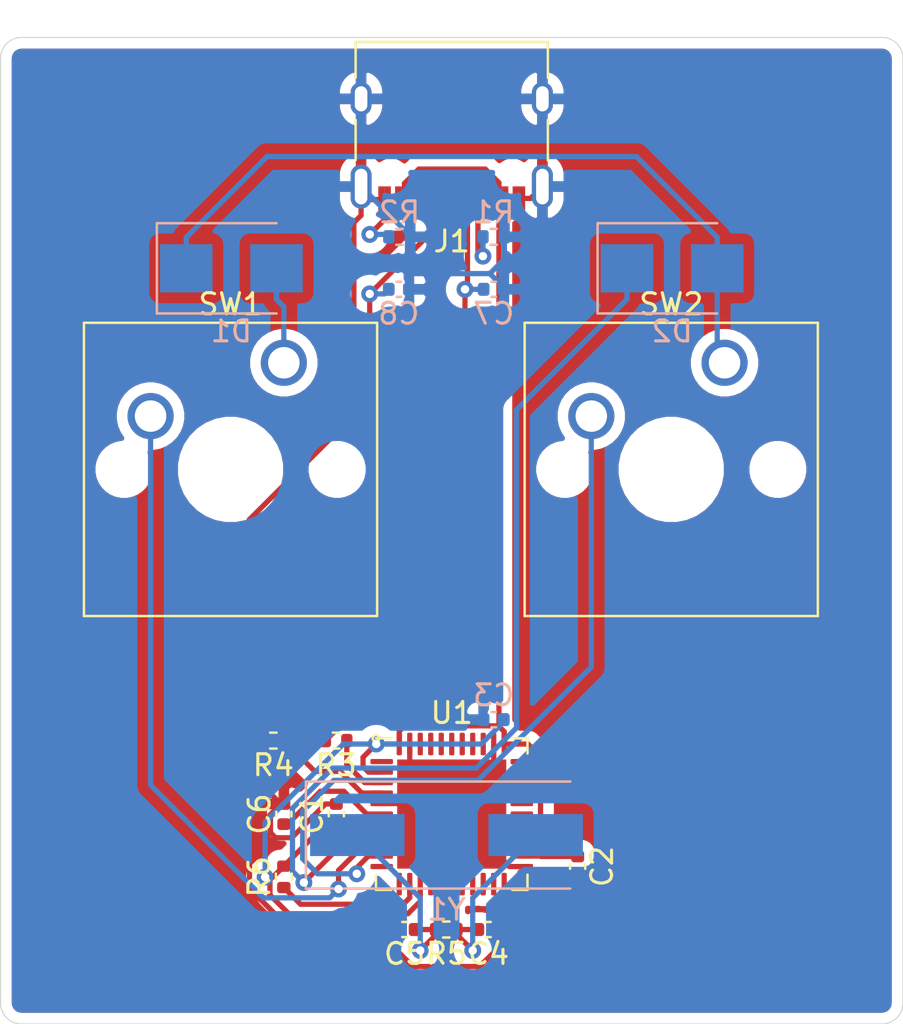
<source format=kicad_pcb>
(kicad_pcb (version 20171130) (host pcbnew "(5.1.12)-1")

  (general
    (thickness 1.6)
    (drawings 10)
    (tracks 214)
    (zones 0)
    (modules 21)
    (nets 44)
  )

  (page A4)
  (title_block
    (title "BKLabs 2x")
    (date 2024-06-22)
    (rev 1.0)
  )

  (layers
    (0 F.Cu signal)
    (31 B.Cu signal)
    (32 B.Adhes user)
    (33 F.Adhes user)
    (34 B.Paste user)
    (35 F.Paste user)
    (36 B.SilkS user)
    (37 F.SilkS user)
    (38 B.Mask user)
    (39 F.Mask user)
    (40 Dwgs.User user)
    (41 Cmts.User user)
    (42 Eco1.User user)
    (43 Eco2.User user)
    (44 Edge.Cuts user)
    (45 Margin user)
    (46 B.CrtYd user)
    (47 F.CrtYd user)
    (48 B.Fab user)
    (49 F.Fab user)
  )

  (setup
    (last_trace_width 0.25)
    (trace_clearance 0.2)
    (zone_clearance 0.508)
    (zone_45_only no)
    (trace_min 0.2)
    (via_size 0.8)
    (via_drill 0.4)
    (via_min_size 0.4)
    (via_min_drill 0.3)
    (uvia_size 0.3)
    (uvia_drill 0.1)
    (uvias_allowed no)
    (uvia_min_size 0.2)
    (uvia_min_drill 0.1)
    (edge_width 0.05)
    (segment_width 0.2)
    (pcb_text_width 0.3)
    (pcb_text_size 1.5 1.5)
    (mod_edge_width 0.12)
    (mod_text_size 1 1)
    (mod_text_width 0.15)
    (pad_size 1.524 1.524)
    (pad_drill 0.762)
    (pad_to_mask_clearance 0)
    (aux_axis_origin 0 0)
    (visible_elements 7FFFFFFF)
    (pcbplotparams
      (layerselection 0x010fc_ffffffff)
      (usegerberextensions false)
      (usegerberattributes true)
      (usegerberadvancedattributes true)
      (creategerberjobfile true)
      (excludeedgelayer true)
      (linewidth 0.100000)
      (plotframeref false)
      (viasonmask false)
      (mode 1)
      (useauxorigin false)
      (hpglpennumber 1)
      (hpglpenspeed 20)
      (hpglpendiameter 15.000000)
      (psnegative false)
      (psa4output false)
      (plotreference true)
      (plotvalue true)
      (plotinvisibletext false)
      (padsonsilk false)
      (subtractmaskfromsilk false)
      (outputformat 1)
      (mirror false)
      (drillshape 0)
      (scaleselection 1)
      (outputdirectory ""))
  )

  (net 0 "")
  (net 1 GND)
  (net 2 /VB)
  (net 3 "Net-(C4-Pad2)")
  (net 4 "Net-(C5-Pad1)")
  (net 5 "Net-(C6-Pad1)")
  (net 6 "Net-(D1-Pad1)")
  (net 7 "Net-(D1-Pad2)")
  (net 8 /R0)
  (net 9 "Net-(J1-PadB5)")
  (net 10 "Net-(J1-PadA8)")
  (net 11 /DP)
  (net 12 /DM)
  (net 13 "Net-(J1-PadA5)")
  (net 14 "Net-(J1-PadB8)")
  (net 15 "Net-(R3-Pad1)")
  (net 16 "Net-(R4-Pad1)")
  (net 17 /C0)
  (net 18 /C1)
  (net 19 "Net-(U1-Pad1)")
  (net 20 "Net-(U1-Pad12)")
  (net 21 "Net-(U1-Pad18)")
  (net 22 "Net-(U1-Pad19)")
  (net 23 "Net-(U1-Pad20)")
  (net 24 "Net-(U1-Pad21)")
  (net 25 "Net-(U1-Pad22)")
  (net 26 "Net-(U1-Pad25)")
  (net 27 "Net-(U1-Pad26)")
  (net 28 "Net-(U1-Pad27)")
  (net 29 "Net-(U1-Pad28)")
  (net 30 "Net-(U1-Pad29)")
  (net 31 "Net-(U1-Pad30)")
  (net 32 "Net-(U1-Pad31)")
  (net 33 "Net-(U1-Pad32)")
  (net 34 "Net-(U1-Pad33)")
  (net 35 "Net-(U1-Pad36)")
  (net 36 "Net-(U1-Pad37)")
  (net 37 "Net-(U1-Pad38)")
  (net 38 "Net-(U1-Pad39)")
  (net 39 "Net-(U1-Pad40)")
  (net 40 "Net-(U1-Pad41)")
  (net 41 "Net-(U1-Pad42)")
  (net 42 /RST)
  (net 43 /MISO)

  (net_class Default "This is the default net class."
    (clearance 0.2)
    (trace_width 0.25)
    (via_dia 0.8)
    (via_drill 0.4)
    (uvia_dia 0.3)
    (uvia_drill 0.1)
    (add_net /C0)
    (add_net /C1)
    (add_net /DM)
    (add_net /DP)
    (add_net /MISO)
    (add_net /R0)
    (add_net /RST)
    (add_net /VB)
    (add_net GND)
    (add_net "Net-(C4-Pad2)")
    (add_net "Net-(C5-Pad1)")
    (add_net "Net-(C6-Pad1)")
    (add_net "Net-(D1-Pad1)")
    (add_net "Net-(D1-Pad2)")
    (add_net "Net-(J1-PadA5)")
    (add_net "Net-(J1-PadA8)")
    (add_net "Net-(J1-PadB5)")
    (add_net "Net-(J1-PadB8)")
    (add_net "Net-(R3-Pad1)")
    (add_net "Net-(R4-Pad1)")
    (add_net "Net-(U1-Pad1)")
    (add_net "Net-(U1-Pad12)")
    (add_net "Net-(U1-Pad18)")
    (add_net "Net-(U1-Pad19)")
    (add_net "Net-(U1-Pad20)")
    (add_net "Net-(U1-Pad21)")
    (add_net "Net-(U1-Pad22)")
    (add_net "Net-(U1-Pad25)")
    (add_net "Net-(U1-Pad26)")
    (add_net "Net-(U1-Pad27)")
    (add_net "Net-(U1-Pad28)")
    (add_net "Net-(U1-Pad29)")
    (add_net "Net-(U1-Pad30)")
    (add_net "Net-(U1-Pad31)")
    (add_net "Net-(U1-Pad32)")
    (add_net "Net-(U1-Pad33)")
    (add_net "Net-(U1-Pad36)")
    (add_net "Net-(U1-Pad37)")
    (add_net "Net-(U1-Pad38)")
    (add_net "Net-(U1-Pad39)")
    (add_net "Net-(U1-Pad40)")
    (add_net "Net-(U1-Pad41)")
    (add_net "Net-(U1-Pad42)")
  )

  (module Resistor_SMD:R_0402_1005Metric (layer F.Cu) (tedit 5F68FEEE) (tstamp 66B3FE17)
    (at 142 112.49 90)
    (descr "Resistor SMD 0402 (1005 Metric), square (rectangular) end terminal, IPC_7351 nominal, (Body size source: IPC-SM-782 page 72, https://www.pcb-3d.com/wordpress/wp-content/uploads/ipc-sm-782a_amendment_1_and_2.pdf), generated with kicad-footprint-generator")
    (tags resistor)
    (path /668EE3EB)
    (attr smd)
    (fp_text reference R6 (at 0 -1.17 90) (layer F.SilkS)
      (effects (font (size 1 1) (thickness 0.15)))
    )
    (fp_text value 10k (at 0 1.17 90) (layer F.Fab)
      (effects (font (size 1 1) (thickness 0.15)))
    )
    (fp_line (start -0.525 0.27) (end -0.525 -0.27) (layer F.Fab) (width 0.1))
    (fp_line (start -0.525 -0.27) (end 0.525 -0.27) (layer F.Fab) (width 0.1))
    (fp_line (start 0.525 -0.27) (end 0.525 0.27) (layer F.Fab) (width 0.1))
    (fp_line (start 0.525 0.27) (end -0.525 0.27) (layer F.Fab) (width 0.1))
    (fp_line (start -0.153641 -0.38) (end 0.153641 -0.38) (layer F.SilkS) (width 0.12))
    (fp_line (start -0.153641 0.38) (end 0.153641 0.38) (layer F.SilkS) (width 0.12))
    (fp_line (start -0.93 0.47) (end -0.93 -0.47) (layer F.CrtYd) (width 0.05))
    (fp_line (start -0.93 -0.47) (end 0.93 -0.47) (layer F.CrtYd) (width 0.05))
    (fp_line (start 0.93 -0.47) (end 0.93 0.47) (layer F.CrtYd) (width 0.05))
    (fp_line (start 0.93 0.47) (end -0.93 0.47) (layer F.CrtYd) (width 0.05))
    (fp_text user %R (at 0 0 90) (layer F.Fab)
      (effects (font (size 0.26 0.26) (thickness 0.04)))
    )
    (pad 2 smd roundrect (at 0.51 0 90) (size 0.54 0.64) (layers F.Cu F.Paste F.Mask) (roundrect_rratio 0.25)
      (net 2 /VB))
    (pad 1 smd roundrect (at -0.51 0 90) (size 0.54 0.64) (layers F.Cu F.Paste F.Mask) (roundrect_rratio 0.25)
      (net 42 /RST))
    (model ${KISYS3DMOD}/Resistor_SMD.3dshapes/R_0402_1005Metric.wrl
      (at (xyz 0 0 0))
      (scale (xyz 1 1 1))
      (rotate (xyz 0 0 0))
    )
  )

  (module Resistor_SMD:R_0402_1005Metric (layer F.Cu) (tedit 5F68FEEE) (tstamp 66B3FDE7)
    (at 149.74 115)
    (descr "Resistor SMD 0402 (1005 Metric), square (rectangular) end terminal, IPC_7351 nominal, (Body size source: IPC-SM-782 page 72, https://www.pcb-3d.com/wordpress/wp-content/uploads/ipc-sm-782a_amendment_1_and_2.pdf), generated with kicad-footprint-generator")
    (tags resistor)
    (path /668F32FC)
    (attr smd)
    (fp_text reference R5 (at 0.01 1.15) (layer F.SilkS)
      (effects (font (size 1 1) (thickness 0.15)))
    )
    (fp_text value 1M (at 0 1.17) (layer F.Fab)
      (effects (font (size 1 1) (thickness 0.15)))
    )
    (fp_line (start -0.525 0.27) (end -0.525 -0.27) (layer F.Fab) (width 0.1))
    (fp_line (start -0.525 -0.27) (end 0.525 -0.27) (layer F.Fab) (width 0.1))
    (fp_line (start 0.525 -0.27) (end 0.525 0.27) (layer F.Fab) (width 0.1))
    (fp_line (start 0.525 0.27) (end -0.525 0.27) (layer F.Fab) (width 0.1))
    (fp_line (start -0.153641 -0.38) (end 0.153641 -0.38) (layer F.SilkS) (width 0.12))
    (fp_line (start -0.153641 0.38) (end 0.153641 0.38) (layer F.SilkS) (width 0.12))
    (fp_line (start -0.93 0.47) (end -0.93 -0.47) (layer F.CrtYd) (width 0.05))
    (fp_line (start -0.93 -0.47) (end 0.93 -0.47) (layer F.CrtYd) (width 0.05))
    (fp_line (start 0.93 -0.47) (end 0.93 0.47) (layer F.CrtYd) (width 0.05))
    (fp_line (start 0.93 0.47) (end -0.93 0.47) (layer F.CrtYd) (width 0.05))
    (fp_text user %R (at 0 0) (layer F.Fab)
      (effects (font (size 0.26 0.26) (thickness 0.04)))
    )
    (pad 2 smd roundrect (at 0.51 0) (size 0.54 0.64) (layers F.Cu F.Paste F.Mask) (roundrect_rratio 0.25)
      (net 3 "Net-(C4-Pad2)"))
    (pad 1 smd roundrect (at -0.51 0) (size 0.54 0.64) (layers F.Cu F.Paste F.Mask) (roundrect_rratio 0.25)
      (net 4 "Net-(C5-Pad1)"))
    (model ${KISYS3DMOD}/Resistor_SMD.3dshapes/R_0402_1005Metric.wrl
      (at (xyz 0 0 0))
      (scale (xyz 1 1 1))
      (rotate (xyz 0 0 0))
    )
  )

  (module Capacitor_SMD:C_0402_1005Metric (layer B.Cu) (tedit 5F68FEEE) (tstamp 668F06BC)
    (at 147.48 84.5)
    (descr "Capacitor SMD 0402 (1005 Metric), square (rectangular) end terminal, IPC_7351 nominal, (Body size source: IPC-SM-782 page 76, https://www.pcb-3d.com/wordpress/wp-content/uploads/ipc-sm-782a_amendment_1_and_2.pdf), generated with kicad-footprint-generator")
    (tags capacitor)
    (path /668F178F)
    (attr smd)
    (fp_text reference C8 (at 0 1.16) (layer B.SilkS)
      (effects (font (size 1 1) (thickness 0.15)) (justify mirror))
    )
    (fp_text value 5pF (at 0 -1.16) (layer B.Fab)
      (effects (font (size 1 1) (thickness 0.15)) (justify mirror))
    )
    (fp_line (start -0.5 -0.25) (end -0.5 0.25) (layer B.Fab) (width 0.1))
    (fp_line (start -0.5 0.25) (end 0.5 0.25) (layer B.Fab) (width 0.1))
    (fp_line (start 0.5 0.25) (end 0.5 -0.25) (layer B.Fab) (width 0.1))
    (fp_line (start 0.5 -0.25) (end -0.5 -0.25) (layer B.Fab) (width 0.1))
    (fp_line (start -0.107836 0.36) (end 0.107836 0.36) (layer B.SilkS) (width 0.12))
    (fp_line (start -0.107836 -0.36) (end 0.107836 -0.36) (layer B.SilkS) (width 0.12))
    (fp_line (start -0.91 -0.46) (end -0.91 0.46) (layer B.CrtYd) (width 0.05))
    (fp_line (start -0.91 0.46) (end 0.91 0.46) (layer B.CrtYd) (width 0.05))
    (fp_line (start 0.91 0.46) (end 0.91 -0.46) (layer B.CrtYd) (width 0.05))
    (fp_line (start 0.91 -0.46) (end -0.91 -0.46) (layer B.CrtYd) (width 0.05))
    (fp_text user %R (at 0 0) (layer B.Fab)
      (effects (font (size 0.25 0.25) (thickness 0.04)) (justify mirror))
    )
    (pad 2 smd roundrect (at 0.48 0) (size 0.56 0.62) (layers B.Cu B.Paste B.Mask) (roundrect_rratio 0.25)
      (net 1 GND))
    (pad 1 smd roundrect (at -0.48 0) (size 0.56 0.62) (layers B.Cu B.Paste B.Mask) (roundrect_rratio 0.25)
      (net 11 /DP))
    (model ${KISYS3DMOD}/Capacitor_SMD.3dshapes/C_0402_1005Metric.wrl
      (at (xyz 0 0 0))
      (scale (xyz 1 1 1))
      (rotate (xyz 0 0 0))
    )
  )

  (module Capacitor_SMD:C_0402_1005Metric (layer B.Cu) (tedit 5F68FEEE) (tstamp 668F06AB)
    (at 152 84.5)
    (descr "Capacitor SMD 0402 (1005 Metric), square (rectangular) end terminal, IPC_7351 nominal, (Body size source: IPC-SM-782 page 76, https://www.pcb-3d.com/wordpress/wp-content/uploads/ipc-sm-782a_amendment_1_and_2.pdf), generated with kicad-footprint-generator")
    (tags capacitor)
    (path /668F0D1A)
    (attr smd)
    (fp_text reference C7 (at 0 1.16) (layer B.SilkS)
      (effects (font (size 1 1) (thickness 0.15)) (justify mirror))
    )
    (fp_text value 5pF (at 0 -1.16) (layer B.Fab)
      (effects (font (size 1 1) (thickness 0.15)) (justify mirror))
    )
    (fp_line (start -0.5 -0.25) (end -0.5 0.25) (layer B.Fab) (width 0.1))
    (fp_line (start -0.5 0.25) (end 0.5 0.25) (layer B.Fab) (width 0.1))
    (fp_line (start 0.5 0.25) (end 0.5 -0.25) (layer B.Fab) (width 0.1))
    (fp_line (start 0.5 -0.25) (end -0.5 -0.25) (layer B.Fab) (width 0.1))
    (fp_line (start -0.107836 0.36) (end 0.107836 0.36) (layer B.SilkS) (width 0.12))
    (fp_line (start -0.107836 -0.36) (end 0.107836 -0.36) (layer B.SilkS) (width 0.12))
    (fp_line (start -0.91 -0.46) (end -0.91 0.46) (layer B.CrtYd) (width 0.05))
    (fp_line (start -0.91 0.46) (end 0.91 0.46) (layer B.CrtYd) (width 0.05))
    (fp_line (start 0.91 0.46) (end 0.91 -0.46) (layer B.CrtYd) (width 0.05))
    (fp_line (start 0.91 -0.46) (end -0.91 -0.46) (layer B.CrtYd) (width 0.05))
    (fp_text user %R (at 0 0) (layer B.Fab)
      (effects (font (size 0.25 0.25) (thickness 0.04)) (justify mirror))
    )
    (pad 2 smd roundrect (at 0.48 0) (size 0.56 0.62) (layers B.Cu B.Paste B.Mask) (roundrect_rratio 0.25)
      (net 1 GND))
    (pad 1 smd roundrect (at -0.48 0) (size 0.56 0.62) (layers B.Cu B.Paste B.Mask) (roundrect_rratio 0.25)
      (net 12 /DM))
    (model ${KISYS3DMOD}/Capacitor_SMD.3dshapes/C_0402_1005Metric.wrl
      (at (xyz 0 0 0))
      (scale (xyz 1 1 1))
      (rotate (xyz 0 0 0))
    )
  )

  (module Capacitor_SMD:C_0402_1005Metric (layer F.Cu) (tedit 5F68FEEE) (tstamp 66B3FDB7)
    (at 144.5 109.5 90)
    (descr "Capacitor SMD 0402 (1005 Metric), square (rectangular) end terminal, IPC_7351 nominal, (Body size source: IPC-SM-782 page 76, https://www.pcb-3d.com/wordpress/wp-content/uploads/ipc-sm-782a_amendment_1_and_2.pdf), generated with kicad-footprint-generator")
    (tags capacitor)
    (path /6679C95A)
    (attr smd)
    (fp_text reference C1 (at 0 -1.16 90) (layer F.SilkS)
      (effects (font (size 1 1) (thickness 0.15)))
    )
    (fp_text value 100nF (at 0 1.16 90) (layer F.Fab)
      (effects (font (size 1 1) (thickness 0.15)))
    )
    (fp_line (start -0.5 0.25) (end -0.5 -0.25) (layer F.Fab) (width 0.1))
    (fp_line (start -0.5 -0.25) (end 0.5 -0.25) (layer F.Fab) (width 0.1))
    (fp_line (start 0.5 -0.25) (end 0.5 0.25) (layer F.Fab) (width 0.1))
    (fp_line (start 0.5 0.25) (end -0.5 0.25) (layer F.Fab) (width 0.1))
    (fp_line (start -0.107836 -0.36) (end 0.107836 -0.36) (layer F.SilkS) (width 0.12))
    (fp_line (start -0.107836 0.36) (end 0.107836 0.36) (layer F.SilkS) (width 0.12))
    (fp_line (start -0.91 0.46) (end -0.91 -0.46) (layer F.CrtYd) (width 0.05))
    (fp_line (start -0.91 -0.46) (end 0.91 -0.46) (layer F.CrtYd) (width 0.05))
    (fp_line (start 0.91 -0.46) (end 0.91 0.46) (layer F.CrtYd) (width 0.05))
    (fp_line (start 0.91 0.46) (end -0.91 0.46) (layer F.CrtYd) (width 0.05))
    (fp_text user %R (at 0 0 90) (layer F.Fab)
      (effects (font (size 0.25 0.25) (thickness 0.04)))
    )
    (pad 2 smd roundrect (at 0.48 0 90) (size 0.56 0.62) (layers F.Cu F.Paste F.Mask) (roundrect_rratio 0.25)
      (net 1 GND))
    (pad 1 smd roundrect (at -0.48 0 90) (size 0.56 0.62) (layers F.Cu F.Paste F.Mask) (roundrect_rratio 0.25)
      (net 2 /VB))
    (model ${KISYS3DMOD}/Capacitor_SMD.3dshapes/C_0402_1005Metric.wrl
      (at (xyz 0 0 0))
      (scale (xyz 1 1 1))
      (rotate (xyz 0 0 0))
    )
  )

  (module Capacitor_SMD:C_0402_1005Metric (layer F.Cu) (tedit 5F68FEEE) (tstamp 66B3FD27)
    (at 156 112 270)
    (descr "Capacitor SMD 0402 (1005 Metric), square (rectangular) end terminal, IPC_7351 nominal, (Body size source: IPC-SM-782 page 76, https://www.pcb-3d.com/wordpress/wp-content/uploads/ipc-sm-782a_amendment_1_and_2.pdf), generated with kicad-footprint-generator")
    (tags capacitor)
    (path /6679D0EF)
    (attr smd)
    (fp_text reference C2 (at 0 -1.16 90) (layer F.SilkS)
      (effects (font (size 1 1) (thickness 0.15)))
    )
    (fp_text value 100nF (at 0 1.16 90) (layer F.Fab)
      (effects (font (size 1 1) (thickness 0.15)))
    )
    (fp_line (start 0.91 0.46) (end -0.91 0.46) (layer F.CrtYd) (width 0.05))
    (fp_line (start 0.91 -0.46) (end 0.91 0.46) (layer F.CrtYd) (width 0.05))
    (fp_line (start -0.91 -0.46) (end 0.91 -0.46) (layer F.CrtYd) (width 0.05))
    (fp_line (start -0.91 0.46) (end -0.91 -0.46) (layer F.CrtYd) (width 0.05))
    (fp_line (start -0.107836 0.36) (end 0.107836 0.36) (layer F.SilkS) (width 0.12))
    (fp_line (start -0.107836 -0.36) (end 0.107836 -0.36) (layer F.SilkS) (width 0.12))
    (fp_line (start 0.5 0.25) (end -0.5 0.25) (layer F.Fab) (width 0.1))
    (fp_line (start 0.5 -0.25) (end 0.5 0.25) (layer F.Fab) (width 0.1))
    (fp_line (start -0.5 -0.25) (end 0.5 -0.25) (layer F.Fab) (width 0.1))
    (fp_line (start -0.5 0.25) (end -0.5 -0.25) (layer F.Fab) (width 0.1))
    (fp_text user %R (at 0 0 90) (layer F.Fab)
      (effects (font (size 0.25 0.25) (thickness 0.04)))
    )
    (pad 1 smd roundrect (at -0.48 0 270) (size 0.56 0.62) (layers F.Cu F.Paste F.Mask) (roundrect_rratio 0.25)
      (net 2 /VB))
    (pad 2 smd roundrect (at 0.48 0 270) (size 0.56 0.62) (layers F.Cu F.Paste F.Mask) (roundrect_rratio 0.25)
      (net 1 GND))
    (model ${KISYS3DMOD}/Capacitor_SMD.3dshapes/C_0402_1005Metric.wrl
      (at (xyz 0 0 0))
      (scale (xyz 1 1 1))
      (rotate (xyz 0 0 0))
    )
  )

  (module Capacitor_SMD:C_0402_1005Metric (layer B.Cu) (tedit 5F68FEEE) (tstamp 66B3FD87)
    (at 152 105 180)
    (descr "Capacitor SMD 0402 (1005 Metric), square (rectangular) end terminal, IPC_7351 nominal, (Body size source: IPC-SM-782 page 76, https://www.pcb-3d.com/wordpress/wp-content/uploads/ipc-sm-782a_amendment_1_and_2.pdf), generated with kicad-footprint-generator")
    (tags capacitor)
    (path /6679D4AF)
    (attr smd)
    (fp_text reference C3 (at 0 1.16) (layer B.SilkS)
      (effects (font (size 1 1) (thickness 0.15)) (justify mirror))
    )
    (fp_text value 100nF (at 0 -1.16) (layer B.Fab)
      (effects (font (size 1 1) (thickness 0.15)) (justify mirror))
    )
    (fp_line (start -0.5 -0.25) (end -0.5 0.25) (layer B.Fab) (width 0.1))
    (fp_line (start -0.5 0.25) (end 0.5 0.25) (layer B.Fab) (width 0.1))
    (fp_line (start 0.5 0.25) (end 0.5 -0.25) (layer B.Fab) (width 0.1))
    (fp_line (start 0.5 -0.25) (end -0.5 -0.25) (layer B.Fab) (width 0.1))
    (fp_line (start -0.107836 0.36) (end 0.107836 0.36) (layer B.SilkS) (width 0.12))
    (fp_line (start -0.107836 -0.36) (end 0.107836 -0.36) (layer B.SilkS) (width 0.12))
    (fp_line (start -0.91 -0.46) (end -0.91 0.46) (layer B.CrtYd) (width 0.05))
    (fp_line (start -0.91 0.46) (end 0.91 0.46) (layer B.CrtYd) (width 0.05))
    (fp_line (start 0.91 0.46) (end 0.91 -0.46) (layer B.CrtYd) (width 0.05))
    (fp_line (start 0.91 -0.46) (end -0.91 -0.46) (layer B.CrtYd) (width 0.05))
    (fp_text user %R (at 0 0) (layer B.Fab)
      (effects (font (size 0.25 0.25) (thickness 0.04)) (justify mirror))
    )
    (pad 2 smd roundrect (at 0.48 0 180) (size 0.56 0.62) (layers B.Cu B.Paste B.Mask) (roundrect_rratio 0.25)
      (net 1 GND))
    (pad 1 smd roundrect (at -0.48 0 180) (size 0.56 0.62) (layers B.Cu B.Paste B.Mask) (roundrect_rratio 0.25)
      (net 2 /VB))
    (model ${KISYS3DMOD}/Capacitor_SMD.3dshapes/C_0402_1005Metric.wrl
      (at (xyz 0 0 0))
      (scale (xyz 1 1 1))
      (rotate (xyz 0 0 0))
    )
  )

  (module Capacitor_SMD:C_0402_1005Metric (layer F.Cu) (tedit 5F68FEEE) (tstamp 66B3FB35)
    (at 151.75 115 180)
    (descr "Capacitor SMD 0402 (1005 Metric), square (rectangular) end terminal, IPC_7351 nominal, (Body size source: IPC-SM-782 page 76, https://www.pcb-3d.com/wordpress/wp-content/uploads/ipc-sm-782a_amendment_1_and_2.pdf), generated with kicad-footprint-generator")
    (tags capacitor)
    (path /667991D8)
    (attr smd)
    (fp_text reference C4 (at 0 -1.16) (layer F.SilkS)
      (effects (font (size 1 1) (thickness 0.15)))
    )
    (fp_text value 15pF (at 0 1.16) (layer F.Fab)
      (effects (font (size 1 1) (thickness 0.15)))
    )
    (fp_line (start 0.91 0.46) (end -0.91 0.46) (layer F.CrtYd) (width 0.05))
    (fp_line (start 0.91 -0.46) (end 0.91 0.46) (layer F.CrtYd) (width 0.05))
    (fp_line (start -0.91 -0.46) (end 0.91 -0.46) (layer F.CrtYd) (width 0.05))
    (fp_line (start -0.91 0.46) (end -0.91 -0.46) (layer F.CrtYd) (width 0.05))
    (fp_line (start -0.107836 0.36) (end 0.107836 0.36) (layer F.SilkS) (width 0.12))
    (fp_line (start -0.107836 -0.36) (end 0.107836 -0.36) (layer F.SilkS) (width 0.12))
    (fp_line (start 0.5 0.25) (end -0.5 0.25) (layer F.Fab) (width 0.1))
    (fp_line (start 0.5 -0.25) (end 0.5 0.25) (layer F.Fab) (width 0.1))
    (fp_line (start -0.5 -0.25) (end 0.5 -0.25) (layer F.Fab) (width 0.1))
    (fp_line (start -0.5 0.25) (end -0.5 -0.25) (layer F.Fab) (width 0.1))
    (fp_text user %R (at 0 0) (layer F.Fab)
      (effects (font (size 0.25 0.25) (thickness 0.04)))
    )
    (pad 1 smd roundrect (at -0.48 0 180) (size 0.56 0.62) (layers F.Cu F.Paste F.Mask) (roundrect_rratio 0.25)
      (net 1 GND))
    (pad 2 smd roundrect (at 0.48 0 180) (size 0.56 0.62) (layers F.Cu F.Paste F.Mask) (roundrect_rratio 0.25)
      (net 3 "Net-(C4-Pad2)"))
    (model ${KISYS3DMOD}/Capacitor_SMD.3dshapes/C_0402_1005Metric.wrl
      (at (xyz 0 0 0))
      (scale (xyz 1 1 1))
      (rotate (xyz 0 0 0))
    )
  )

  (module Capacitor_SMD:C_0402_1005Metric (layer F.Cu) (tedit 5F68FEEE) (tstamp 66B3FCB8)
    (at 147.75 115 180)
    (descr "Capacitor SMD 0402 (1005 Metric), square (rectangular) end terminal, IPC_7351 nominal, (Body size source: IPC-SM-782 page 76, https://www.pcb-3d.com/wordpress/wp-content/uploads/ipc-sm-782a_amendment_1_and_2.pdf), generated with kicad-footprint-generator")
    (tags capacitor)
    (path /66797C88)
    (attr smd)
    (fp_text reference C5 (at 0 -1.16) (layer F.SilkS)
      (effects (font (size 1 1) (thickness 0.15)))
    )
    (fp_text value 15pF (at 0 1.16) (layer F.Fab)
      (effects (font (size 1 1) (thickness 0.15)))
    )
    (fp_line (start -0.5 0.25) (end -0.5 -0.25) (layer F.Fab) (width 0.1))
    (fp_line (start -0.5 -0.25) (end 0.5 -0.25) (layer F.Fab) (width 0.1))
    (fp_line (start 0.5 -0.25) (end 0.5 0.25) (layer F.Fab) (width 0.1))
    (fp_line (start 0.5 0.25) (end -0.5 0.25) (layer F.Fab) (width 0.1))
    (fp_line (start -0.107836 -0.36) (end 0.107836 -0.36) (layer F.SilkS) (width 0.12))
    (fp_line (start -0.107836 0.36) (end 0.107836 0.36) (layer F.SilkS) (width 0.12))
    (fp_line (start -0.91 0.46) (end -0.91 -0.46) (layer F.CrtYd) (width 0.05))
    (fp_line (start -0.91 -0.46) (end 0.91 -0.46) (layer F.CrtYd) (width 0.05))
    (fp_line (start 0.91 -0.46) (end 0.91 0.46) (layer F.CrtYd) (width 0.05))
    (fp_line (start 0.91 0.46) (end -0.91 0.46) (layer F.CrtYd) (width 0.05))
    (fp_text user %R (at 0 0) (layer F.Fab)
      (effects (font (size 0.25 0.25) (thickness 0.04)))
    )
    (pad 2 smd roundrect (at 0.48 0 180) (size 0.56 0.62) (layers F.Cu F.Paste F.Mask) (roundrect_rratio 0.25)
      (net 1 GND))
    (pad 1 smd roundrect (at -0.48 0 180) (size 0.56 0.62) (layers F.Cu F.Paste F.Mask) (roundrect_rratio 0.25)
      (net 4 "Net-(C5-Pad1)"))
    (model ${KISYS3DMOD}/Capacitor_SMD.3dshapes/C_0402_1005Metric.wrl
      (at (xyz 0 0 0))
      (scale (xyz 1 1 1))
      (rotate (xyz 0 0 0))
    )
  )

  (module Capacitor_SMD:C_0402_1005Metric (layer F.Cu) (tedit 5F68FEEE) (tstamp 66B3FD57)
    (at 142 109.5 90)
    (descr "Capacitor SMD 0402 (1005 Metric), square (rectangular) end terminal, IPC_7351 nominal, (Body size source: IPC-SM-782 page 76, https://www.pcb-3d.com/wordpress/wp-content/uploads/ipc-sm-782a_amendment_1_and_2.pdf), generated with kicad-footprint-generator")
    (tags capacitor)
    (path /6676CB90)
    (attr smd)
    (fp_text reference C6 (at 0 -1.16 90) (layer F.SilkS)
      (effects (font (size 1 1) (thickness 0.15)))
    )
    (fp_text value 1uF (at 0 1.16 90) (layer F.Fab)
      (effects (font (size 1 1) (thickness 0.15)))
    )
    (fp_line (start 0.91 0.46) (end -0.91 0.46) (layer F.CrtYd) (width 0.05))
    (fp_line (start 0.91 -0.46) (end 0.91 0.46) (layer F.CrtYd) (width 0.05))
    (fp_line (start -0.91 -0.46) (end 0.91 -0.46) (layer F.CrtYd) (width 0.05))
    (fp_line (start -0.91 0.46) (end -0.91 -0.46) (layer F.CrtYd) (width 0.05))
    (fp_line (start -0.107836 0.36) (end 0.107836 0.36) (layer F.SilkS) (width 0.12))
    (fp_line (start -0.107836 -0.36) (end 0.107836 -0.36) (layer F.SilkS) (width 0.12))
    (fp_line (start 0.5 0.25) (end -0.5 0.25) (layer F.Fab) (width 0.1))
    (fp_line (start 0.5 -0.25) (end 0.5 0.25) (layer F.Fab) (width 0.1))
    (fp_line (start -0.5 -0.25) (end 0.5 -0.25) (layer F.Fab) (width 0.1))
    (fp_line (start -0.5 0.25) (end -0.5 -0.25) (layer F.Fab) (width 0.1))
    (fp_text user %R (at 0 0 90) (layer F.Fab)
      (effects (font (size 0.25 0.25) (thickness 0.04)))
    )
    (pad 1 smd roundrect (at -0.48 0 90) (size 0.56 0.62) (layers F.Cu F.Paste F.Mask) (roundrect_rratio 0.25)
      (net 5 "Net-(C6-Pad1)"))
    (pad 2 smd roundrect (at 0.48 0 90) (size 0.56 0.62) (layers F.Cu F.Paste F.Mask) (roundrect_rratio 0.25)
      (net 1 GND))
    (model ${KISYS3DMOD}/Capacitor_SMD.3dshapes/C_0402_1005Metric.wrl
      (at (xyz 0 0 0))
      (scale (xyz 1 1 1))
      (rotate (xyz 0 0 0))
    )
  )

  (module Diode_SMD:D_SMB (layer B.Cu) (tedit 58645DF3) (tstamp 6676CC89)
    (at 139.5 83.5)
    (descr "Diode SMB (DO-214AA)")
    (tags "Diode SMB (DO-214AA)")
    (path /66788E7E)
    (attr smd)
    (fp_text reference D1 (at 0 3) (layer B.SilkS)
      (effects (font (size 1 1) (thickness 0.15)) (justify mirror))
    )
    (fp_text value SS34B (at 0 -3.1) (layer B.Fab)
      (effects (font (size 1 1) (thickness 0.15)) (justify mirror))
    )
    (fp_line (start -3.55 2.15) (end 2.15 2.15) (layer B.SilkS) (width 0.12))
    (fp_line (start -3.55 -2.15) (end 2.15 -2.15) (layer B.SilkS) (width 0.12))
    (fp_line (start -0.64944 -0.00102) (end 0.50118 0.79908) (layer B.Fab) (width 0.1))
    (fp_line (start -0.64944 -0.00102) (end 0.50118 -0.75032) (layer B.Fab) (width 0.1))
    (fp_line (start 0.50118 -0.75032) (end 0.50118 0.79908) (layer B.Fab) (width 0.1))
    (fp_line (start -0.64944 0.79908) (end -0.64944 -0.80112) (layer B.Fab) (width 0.1))
    (fp_line (start 0.50118 -0.00102) (end 1.4994 -0.00102) (layer B.Fab) (width 0.1))
    (fp_line (start -0.64944 -0.00102) (end -1.55114 -0.00102) (layer B.Fab) (width 0.1))
    (fp_line (start -3.65 -2.25) (end -3.65 2.25) (layer B.CrtYd) (width 0.05))
    (fp_line (start 3.65 -2.25) (end -3.65 -2.25) (layer B.CrtYd) (width 0.05))
    (fp_line (start 3.65 2.25) (end 3.65 -2.25) (layer B.CrtYd) (width 0.05))
    (fp_line (start -3.65 2.25) (end 3.65 2.25) (layer B.CrtYd) (width 0.05))
    (fp_line (start 2.3 2) (end -2.3 2) (layer B.Fab) (width 0.1))
    (fp_line (start 2.3 2) (end 2.3 -2) (layer B.Fab) (width 0.1))
    (fp_line (start -2.3 -2) (end -2.3 2) (layer B.Fab) (width 0.1))
    (fp_line (start 2.3 -2) (end -2.3 -2) (layer B.Fab) (width 0.1))
    (fp_line (start -3.55 2.15) (end -3.55 -2.15) (layer B.SilkS) (width 0.12))
    (fp_text user %R (at 0 3) (layer B.Fab)
      (effects (font (size 1 1) (thickness 0.15)) (justify mirror))
    )
    (pad 1 smd rect (at -2.15 0) (size 2.5 2.3) (layers B.Cu B.Paste B.Mask)
      (net 6 "Net-(D1-Pad1)"))
    (pad 2 smd rect (at 2.15 0) (size 2.5 2.3) (layers B.Cu B.Paste B.Mask)
      (net 7 "Net-(D1-Pad2)"))
    (model ${KISYS3DMOD}/Diode_SMD.3dshapes/D_SMB.wrl
      (at (xyz 0 0 0))
      (scale (xyz 1 1 1))
      (rotate (xyz 0 0 0))
    )
  )

  (module Diode_SMD:D_SMB (layer B.Cu) (tedit 58645DF3) (tstamp 6676CCA1)
    (at 160.5 83.5)
    (descr "Diode SMB (DO-214AA)")
    (tags "Diode SMB (DO-214AA)")
    (path /6678A85C)
    (attr smd)
    (fp_text reference D2 (at 0 3) (layer B.SilkS)
      (effects (font (size 1 1) (thickness 0.15)) (justify mirror))
    )
    (fp_text value SS34B (at 0 -3.1) (layer B.Fab)
      (effects (font (size 1 1) (thickness 0.15)) (justify mirror))
    )
    (fp_line (start -3.55 2.15) (end -3.55 -2.15) (layer B.SilkS) (width 0.12))
    (fp_line (start 2.3 -2) (end -2.3 -2) (layer B.Fab) (width 0.1))
    (fp_line (start -2.3 -2) (end -2.3 2) (layer B.Fab) (width 0.1))
    (fp_line (start 2.3 2) (end 2.3 -2) (layer B.Fab) (width 0.1))
    (fp_line (start 2.3 2) (end -2.3 2) (layer B.Fab) (width 0.1))
    (fp_line (start -3.65 2.25) (end 3.65 2.25) (layer B.CrtYd) (width 0.05))
    (fp_line (start 3.65 2.25) (end 3.65 -2.25) (layer B.CrtYd) (width 0.05))
    (fp_line (start 3.65 -2.25) (end -3.65 -2.25) (layer B.CrtYd) (width 0.05))
    (fp_line (start -3.65 -2.25) (end -3.65 2.25) (layer B.CrtYd) (width 0.05))
    (fp_line (start -0.64944 -0.00102) (end -1.55114 -0.00102) (layer B.Fab) (width 0.1))
    (fp_line (start 0.50118 -0.00102) (end 1.4994 -0.00102) (layer B.Fab) (width 0.1))
    (fp_line (start -0.64944 0.79908) (end -0.64944 -0.80112) (layer B.Fab) (width 0.1))
    (fp_line (start 0.50118 -0.75032) (end 0.50118 0.79908) (layer B.Fab) (width 0.1))
    (fp_line (start -0.64944 -0.00102) (end 0.50118 -0.75032) (layer B.Fab) (width 0.1))
    (fp_line (start -0.64944 -0.00102) (end 0.50118 0.79908) (layer B.Fab) (width 0.1))
    (fp_line (start -3.55 -2.15) (end 2.15 -2.15) (layer B.SilkS) (width 0.12))
    (fp_line (start -3.55 2.15) (end 2.15 2.15) (layer B.SilkS) (width 0.12))
    (fp_text user %R (at 0 3) (layer B.Fab)
      (effects (font (size 1 1) (thickness 0.15)) (justify mirror))
    )
    (pad 2 smd rect (at 2.15 0) (size 2.5 2.3) (layers B.Cu B.Paste B.Mask)
      (net 6 "Net-(D1-Pad1)"))
    (pad 1 smd rect (at -2.15 0) (size 2.5 2.3) (layers B.Cu B.Paste B.Mask)
      (net 8 /R0))
    (model ${KISYS3DMOD}/Diode_SMD.3dshapes/D_SMB.wrl
      (at (xyz 0 0 0))
      (scale (xyz 1 1 1))
      (rotate (xyz 0 0 0))
    )
  )

  (module Connector_USB:USB_C_Receptacle_XKB_U262-16XN-4BVC11 (layer F.Cu) (tedit 5E1305FC) (tstamp 6676CCC9)
    (at 150 76.5 180)
    (descr "USB Type C, right-angle, SMT, https://datasheet.lcsc.com/szlcsc/1811141824_XKB-Enterprise-U262-161N-4BVC11_C319148.pdf")
    (tags "USB C Type-C Receptacle SMD")
    (path /6676FB33)
    (attr smd)
    (fp_text reference J1 (at 0 -5.715) (layer F.SilkS)
      (effects (font (size 1 1) (thickness 0.15)))
    )
    (fp_text value USB_C_Receptacle_USB2.0 (at 0 4.935) (layer F.Fab)
      (effects (font (size 1 1) (thickness 0.15)))
    )
    (fp_line (start -4.47 -3.675) (end 4.47 -3.675) (layer F.Fab) (width 0.1))
    (fp_line (start 4.47 3.675) (end 4.47 -3.675) (layer F.Fab) (width 0.1))
    (fp_line (start -4.47 3.675) (end 4.47 3.675) (layer F.Fab) (width 0.1))
    (fp_line (start -4.47 -3.675) (end -4.47 3.675) (layer F.Fab) (width 0.1))
    (fp_line (start -5.32 4.18) (end -5.32 -4.75) (layer F.CrtYd) (width 0.05))
    (fp_line (start 5.32 4.18) (end -5.32 4.18) (layer F.CrtYd) (width 0.05))
    (fp_line (start 5.32 -4.75) (end 5.32 4.18) (layer F.CrtYd) (width 0.05))
    (fp_line (start -5.32 -4.75) (end 5.32 -4.75) (layer F.CrtYd) (width 0.05))
    (fp_line (start 4.58 3.785) (end -4.58 3.785) (layer F.SilkS) (width 0.12))
    (fp_line (start -4.58 3.785) (end -4.58 2.08) (layer F.SilkS) (width 0.12))
    (fp_line (start 4.58 2.08) (end 4.58 3.785) (layer F.SilkS) (width 0.12))
    (fp_line (start 4.58 0.07) (end 4.58 -1.85) (layer F.SilkS) (width 0.12))
    (fp_line (start -4.58 -1.85) (end -4.58 0.07) (layer F.SilkS) (width 0.12))
    (fp_text user %R (at 0 0) (layer F.Fab)
      (effects (font (size 1 1) (thickness 0.15)))
    )
    (pad S1 thru_hole oval (at -4.32 -3.105 180) (size 1 2.1) (drill oval 0.6 1.7) (layers *.Cu *.Mask)
      (net 1 GND))
    (pad S1 thru_hole oval (at 4.32 -3.105 180) (size 1 2.1) (drill oval 0.6 1.7) (layers *.Cu *.Mask)
      (net 1 GND))
    (pad S1 thru_hole oval (at -4.32 1.075 180) (size 1 1.6) (drill oval 0.6 1.2) (layers *.Cu *.Mask)
      (net 1 GND))
    (pad S1 thru_hole oval (at 4.32 1.075 180) (size 1 1.6) (drill oval 0.6 1.2) (layers *.Cu *.Mask)
      (net 1 GND))
    (pad "" np_thru_hole circle (at 2.89 -2.605 180) (size 0.65 0.65) (drill 0.65) (layers *.Cu *.Mask))
    (pad "" np_thru_hole circle (at -2.89 -2.605 180) (size 0.65 0.65) (drill 0.65) (layers *.Cu *.Mask))
    (pad B1 smd rect (at 3.05 -3.67 180) (size 0.3 1.15) (layers F.Cu F.Paste F.Mask)
      (net 1 GND))
    (pad B4 smd rect (at 2.25 -3.67 180) (size 0.3 1.15) (layers F.Cu F.Paste F.Mask)
      (net 2 /VB))
    (pad B5 smd rect (at 1.75 -3.67 180) (size 0.3 1.15) (layers F.Cu F.Paste F.Mask)
      (net 9 "Net-(J1-PadB5)"))
    (pad A8 smd rect (at 1.25 -3.67 180) (size 0.3 1.15) (layers F.Cu F.Paste F.Mask)
      (net 10 "Net-(J1-PadA8)"))
    (pad B6 smd rect (at 0.75 -3.67 180) (size 0.3 1.15) (layers F.Cu F.Paste F.Mask)
      (net 11 /DP))
    (pad A7 smd rect (at 0.25 -3.67 180) (size 0.3 1.15) (layers F.Cu F.Paste F.Mask)
      (net 12 /DM))
    (pad A6 smd rect (at -0.25 -3.67 180) (size 0.3 1.15) (layers F.Cu F.Paste F.Mask)
      (net 11 /DP))
    (pad B7 smd rect (at -0.75 -3.67 180) (size 0.3 1.15) (layers F.Cu F.Paste F.Mask)
      (net 12 /DM))
    (pad A5 smd rect (at -1.25 -3.67 180) (size 0.3 1.15) (layers F.Cu F.Paste F.Mask)
      (net 13 "Net-(J1-PadA5)"))
    (pad B8 smd rect (at -1.75 -3.67 180) (size 0.3 1.15) (layers F.Cu F.Paste F.Mask)
      (net 14 "Net-(J1-PadB8)"))
    (pad A4 smd rect (at -2.55 -3.67 180) (size 0.3 1.15) (layers F.Cu F.Paste F.Mask)
      (net 2 /VB))
    (pad A1 smd rect (at -3.35 -3.67 180) (size 0.3 1.15) (layers F.Cu F.Paste F.Mask)
      (net 1 GND))
    (pad B12 smd rect (at -3.05 -3.67 180) (size 0.3 1.15) (layers F.Cu F.Paste F.Mask)
      (net 1 GND))
    (pad B9 smd rect (at -2.25 -3.67 180) (size 0.3 1.15) (layers F.Cu F.Paste F.Mask)
      (net 2 /VB))
    (pad A9 smd rect (at 2.55 -3.67 180) (size 0.3 1.15) (layers F.Cu F.Paste F.Mask)
      (net 2 /VB))
    (pad A12 smd rect (at 3.35 -3.67 180) (size 0.3 1.15) (layers F.Cu F.Paste F.Mask)
      (net 1 GND))
    (model ${KISYS3DMOD}/Connector_USB.3dshapes/USB_C_Receptacle_XKB_U262-16XN-4BVC11.wrl
      (at (xyz 0 0 0))
      (scale (xyz 1 1 1))
      (rotate (xyz 0 0 0))
    )
  )

  (module Resistor_SMD:R_0402_1005Metric (layer B.Cu) (tedit 5F68FEEE) (tstamp 6676EA32)
    (at 152 82 180)
    (descr "Resistor SMD 0402 (1005 Metric), square (rectangular) end terminal, IPC_7351 nominal, (Body size source: IPC-SM-782 page 72, https://www.pcb-3d.com/wordpress/wp-content/uploads/ipc-sm-782a_amendment_1_and_2.pdf), generated with kicad-footprint-generator")
    (tags resistor)
    (path /6677C97A)
    (attr smd)
    (fp_text reference R1 (at 0 1.17) (layer B.SilkS)
      (effects (font (size 1 1) (thickness 0.15)) (justify mirror))
    )
    (fp_text value 5.1k (at 0 -1.17) (layer B.Fab)
      (effects (font (size 1 1) (thickness 0.15)) (justify mirror))
    )
    (fp_line (start 0.93 -0.47) (end -0.93 -0.47) (layer B.CrtYd) (width 0.05))
    (fp_line (start 0.93 0.47) (end 0.93 -0.47) (layer B.CrtYd) (width 0.05))
    (fp_line (start -0.93 0.47) (end 0.93 0.47) (layer B.CrtYd) (width 0.05))
    (fp_line (start -0.93 -0.47) (end -0.93 0.47) (layer B.CrtYd) (width 0.05))
    (fp_line (start -0.153641 -0.38) (end 0.153641 -0.38) (layer B.SilkS) (width 0.12))
    (fp_line (start -0.153641 0.38) (end 0.153641 0.38) (layer B.SilkS) (width 0.12))
    (fp_line (start 0.525 -0.27) (end -0.525 -0.27) (layer B.Fab) (width 0.1))
    (fp_line (start 0.525 0.27) (end 0.525 -0.27) (layer B.Fab) (width 0.1))
    (fp_line (start -0.525 0.27) (end 0.525 0.27) (layer B.Fab) (width 0.1))
    (fp_line (start -0.525 -0.27) (end -0.525 0.27) (layer B.Fab) (width 0.1))
    (fp_text user %R (at 0 0) (layer B.Fab)
      (effects (font (size 0.26 0.26) (thickness 0.04)) (justify mirror))
    )
    (pad 1 smd roundrect (at -0.51 0 180) (size 0.54 0.64) (layers B.Cu B.Paste B.Mask) (roundrect_rratio 0.25)
      (net 1 GND))
    (pad 2 smd roundrect (at 0.51 0 180) (size 0.54 0.64) (layers B.Cu B.Paste B.Mask) (roundrect_rratio 0.25)
      (net 13 "Net-(J1-PadA5)"))
    (model ${KISYS3DMOD}/Resistor_SMD.3dshapes/R_0402_1005Metric.wrl
      (at (xyz 0 0 0))
      (scale (xyz 1 1 1))
      (rotate (xyz 0 0 0))
    )
  )

  (module Resistor_SMD:R_0402_1005Metric (layer B.Cu) (tedit 5F68FEEE) (tstamp 6676ED48)
    (at 147.51 82 180)
    (descr "Resistor SMD 0402 (1005 Metric), square (rectangular) end terminal, IPC_7351 nominal, (Body size source: IPC-SM-782 page 72, https://www.pcb-3d.com/wordpress/wp-content/uploads/ipc-sm-782a_amendment_1_and_2.pdf), generated with kicad-footprint-generator")
    (tags resistor)
    (path /6677D8FC)
    (attr smd)
    (fp_text reference R2 (at 0 1.17) (layer B.SilkS)
      (effects (font (size 1 1) (thickness 0.15)) (justify mirror))
    )
    (fp_text value 5.1k (at 0 -1.17) (layer B.Fab)
      (effects (font (size 1 1) (thickness 0.15)) (justify mirror))
    )
    (fp_line (start -0.525 -0.27) (end -0.525 0.27) (layer B.Fab) (width 0.1))
    (fp_line (start -0.525 0.27) (end 0.525 0.27) (layer B.Fab) (width 0.1))
    (fp_line (start 0.525 0.27) (end 0.525 -0.27) (layer B.Fab) (width 0.1))
    (fp_line (start 0.525 -0.27) (end -0.525 -0.27) (layer B.Fab) (width 0.1))
    (fp_line (start -0.153641 0.38) (end 0.153641 0.38) (layer B.SilkS) (width 0.12))
    (fp_line (start -0.153641 -0.38) (end 0.153641 -0.38) (layer B.SilkS) (width 0.12))
    (fp_line (start -0.93 -0.47) (end -0.93 0.47) (layer B.CrtYd) (width 0.05))
    (fp_line (start -0.93 0.47) (end 0.93 0.47) (layer B.CrtYd) (width 0.05))
    (fp_line (start 0.93 0.47) (end 0.93 -0.47) (layer B.CrtYd) (width 0.05))
    (fp_line (start 0.93 -0.47) (end -0.93 -0.47) (layer B.CrtYd) (width 0.05))
    (fp_text user %R (at 0 0) (layer B.Fab)
      (effects (font (size 0.26 0.26) (thickness 0.04)) (justify mirror))
    )
    (pad 2 smd roundrect (at 0.51 0 180) (size 0.54 0.64) (layers B.Cu B.Paste B.Mask) (roundrect_rratio 0.25)
      (net 9 "Net-(J1-PadB5)"))
    (pad 1 smd roundrect (at -0.51 0 180) (size 0.54 0.64) (layers B.Cu B.Paste B.Mask) (roundrect_rratio 0.25)
      (net 1 GND))
    (model ${KISYS3DMOD}/Resistor_SMD.3dshapes/R_0402_1005Metric.wrl
      (at (xyz 0 0 0))
      (scale (xyz 1 1 1))
      (rotate (xyz 0 0 0))
    )
  )

  (module Resistor_SMD:R_0402_1005Metric (layer F.Cu) (tedit 5F68FEEE) (tstamp 66B3FB65)
    (at 144.49 106 180)
    (descr "Resistor SMD 0402 (1005 Metric), square (rectangular) end terminal, IPC_7351 nominal, (Body size source: IPC-SM-782 page 72, https://www.pcb-3d.com/wordpress/wp-content/uploads/ipc-sm-782a_amendment_1_and_2.pdf), generated with kicad-footprint-generator")
    (tags resistor)
    (path /6676EBCE)
    (attr smd)
    (fp_text reference R3 (at 0 -1.17) (layer F.SilkS)
      (effects (font (size 1 1) (thickness 0.15)))
    )
    (fp_text value 22R (at 0 1.17) (layer F.Fab)
      (effects (font (size 1 1) (thickness 0.15)))
    )
    (fp_line (start -0.525 0.27) (end -0.525 -0.27) (layer F.Fab) (width 0.1))
    (fp_line (start -0.525 -0.27) (end 0.525 -0.27) (layer F.Fab) (width 0.1))
    (fp_line (start 0.525 -0.27) (end 0.525 0.27) (layer F.Fab) (width 0.1))
    (fp_line (start 0.525 0.27) (end -0.525 0.27) (layer F.Fab) (width 0.1))
    (fp_line (start -0.153641 -0.38) (end 0.153641 -0.38) (layer F.SilkS) (width 0.12))
    (fp_line (start -0.153641 0.38) (end 0.153641 0.38) (layer F.SilkS) (width 0.12))
    (fp_line (start -0.93 0.47) (end -0.93 -0.47) (layer F.CrtYd) (width 0.05))
    (fp_line (start -0.93 -0.47) (end 0.93 -0.47) (layer F.CrtYd) (width 0.05))
    (fp_line (start 0.93 -0.47) (end 0.93 0.47) (layer F.CrtYd) (width 0.05))
    (fp_line (start 0.93 0.47) (end -0.93 0.47) (layer F.CrtYd) (width 0.05))
    (fp_text user %R (at 0 0) (layer F.Fab)
      (effects (font (size 0.26 0.26) (thickness 0.04)))
    )
    (pad 2 smd roundrect (at 0.51 0 180) (size 0.54 0.64) (layers F.Cu F.Paste F.Mask) (roundrect_rratio 0.25)
      (net 12 /DM))
    (pad 1 smd roundrect (at -0.51 0 180) (size 0.54 0.64) (layers F.Cu F.Paste F.Mask) (roundrect_rratio 0.25)
      (net 15 "Net-(R3-Pad1)"))
    (model ${KISYS3DMOD}/Resistor_SMD.3dshapes/R_0402_1005Metric.wrl
      (at (xyz 0 0 0))
      (scale (xyz 1 1 1))
      (rotate (xyz 0 0 0))
    )
  )

  (module Resistor_SMD:R_0402_1005Metric (layer F.Cu) (tedit 5F68FEEE) (tstamp 66B3FC88)
    (at 141.5 106 180)
    (descr "Resistor SMD 0402 (1005 Metric), square (rectangular) end terminal, IPC_7351 nominal, (Body size source: IPC-SM-782 page 72, https://www.pcb-3d.com/wordpress/wp-content/uploads/ipc-sm-782a_amendment_1_and_2.pdf), generated with kicad-footprint-generator")
    (tags resistor)
    (path /6676E28B)
    (attr smd)
    (fp_text reference R4 (at 0 -1.17) (layer F.SilkS)
      (effects (font (size 1 1) (thickness 0.15)))
    )
    (fp_text value 22R (at 0 1.17) (layer F.Fab)
      (effects (font (size 1 1) (thickness 0.15)))
    )
    (fp_line (start 0.93 0.47) (end -0.93 0.47) (layer F.CrtYd) (width 0.05))
    (fp_line (start 0.93 -0.47) (end 0.93 0.47) (layer F.CrtYd) (width 0.05))
    (fp_line (start -0.93 -0.47) (end 0.93 -0.47) (layer F.CrtYd) (width 0.05))
    (fp_line (start -0.93 0.47) (end -0.93 -0.47) (layer F.CrtYd) (width 0.05))
    (fp_line (start -0.153641 0.38) (end 0.153641 0.38) (layer F.SilkS) (width 0.12))
    (fp_line (start -0.153641 -0.38) (end 0.153641 -0.38) (layer F.SilkS) (width 0.12))
    (fp_line (start 0.525 0.27) (end -0.525 0.27) (layer F.Fab) (width 0.1))
    (fp_line (start 0.525 -0.27) (end 0.525 0.27) (layer F.Fab) (width 0.1))
    (fp_line (start -0.525 -0.27) (end 0.525 -0.27) (layer F.Fab) (width 0.1))
    (fp_line (start -0.525 0.27) (end -0.525 -0.27) (layer F.Fab) (width 0.1))
    (fp_text user %R (at 0 0) (layer F.Fab)
      (effects (font (size 0.26 0.26) (thickness 0.04)))
    )
    (pad 1 smd roundrect (at -0.51 0 180) (size 0.54 0.64) (layers F.Cu F.Paste F.Mask) (roundrect_rratio 0.25)
      (net 16 "Net-(R4-Pad1)"))
    (pad 2 smd roundrect (at 0.51 0 180) (size 0.54 0.64) (layers F.Cu F.Paste F.Mask) (roundrect_rratio 0.25)
      (net 11 /DP))
    (model ${KISYS3DMOD}/Resistor_SMD.3dshapes/R_0402_1005Metric.wrl
      (at (xyz 0 0 0))
      (scale (xyz 1 1 1))
      (rotate (xyz 0 0 0))
    )
  )

  (module Button_Switch_Keyboard:SW_Cherry_MX_1.00u_PCB (layer F.Cu) (tedit 5A02FE24) (tstamp 6676FAC6)
    (at 142 88)
    (descr "Cherry MX keyswitch, 1.00u, PCB mount, http://cherryamericas.com/wp-content/uploads/2014/12/mx_cat.pdf")
    (tags "Cherry MX keyswitch 1.00u PCB")
    (path /6678152C)
    (fp_text reference SW1 (at -2.54 -2.794) (layer F.SilkS)
      (effects (font (size 1 1) (thickness 0.15)))
    )
    (fp_text value KC_Z (at -2.54 12.954) (layer F.Fab)
      (effects (font (size 1 1) (thickness 0.15)))
    )
    (fp_line (start -8.89 -1.27) (end 3.81 -1.27) (layer F.Fab) (width 0.1))
    (fp_line (start 3.81 -1.27) (end 3.81 11.43) (layer F.Fab) (width 0.1))
    (fp_line (start 3.81 11.43) (end -8.89 11.43) (layer F.Fab) (width 0.1))
    (fp_line (start -8.89 11.43) (end -8.89 -1.27) (layer F.Fab) (width 0.1))
    (fp_line (start -9.14 11.68) (end -9.14 -1.52) (layer F.CrtYd) (width 0.05))
    (fp_line (start 4.06 11.68) (end -9.14 11.68) (layer F.CrtYd) (width 0.05))
    (fp_line (start 4.06 -1.52) (end 4.06 11.68) (layer F.CrtYd) (width 0.05))
    (fp_line (start -9.14 -1.52) (end 4.06 -1.52) (layer F.CrtYd) (width 0.05))
    (fp_line (start -12.065 -4.445) (end 6.985 -4.445) (layer Dwgs.User) (width 0.15))
    (fp_line (start 6.985 -4.445) (end 6.985 14.605) (layer Dwgs.User) (width 0.15))
    (fp_line (start 6.985 14.605) (end -12.065 14.605) (layer Dwgs.User) (width 0.15))
    (fp_line (start -12.065 14.605) (end -12.065 -4.445) (layer Dwgs.User) (width 0.15))
    (fp_line (start -9.525 -1.905) (end 4.445 -1.905) (layer F.SilkS) (width 0.12))
    (fp_line (start 4.445 -1.905) (end 4.445 12.065) (layer F.SilkS) (width 0.12))
    (fp_line (start 4.445 12.065) (end -9.525 12.065) (layer F.SilkS) (width 0.12))
    (fp_line (start -9.525 12.065) (end -9.525 -1.905) (layer F.SilkS) (width 0.12))
    (fp_text user %R (at -2.54 -2.794) (layer F.Fab)
      (effects (font (size 1 1) (thickness 0.15)))
    )
    (pad "" np_thru_hole circle (at 2.54 5.08) (size 1.7 1.7) (drill 1.7) (layers *.Cu *.Mask))
    (pad "" np_thru_hole circle (at -7.62 5.08) (size 1.7 1.7) (drill 1.7) (layers *.Cu *.Mask))
    (pad "" np_thru_hole circle (at -2.54 5.08) (size 4 4) (drill 4) (layers *.Cu *.Mask))
    (pad 2 thru_hole circle (at -6.35 2.54) (size 2.2 2.2) (drill 1.5) (layers *.Cu *.Mask)
      (net 17 /C0))
    (pad 1 thru_hole circle (at 0 0) (size 2.2 2.2) (drill 1.5) (layers *.Cu *.Mask)
      (net 7 "Net-(D1-Pad2)"))
    (model ${KISYS3DMOD}/Button_Switch_Keyboard.3dshapes/SW_Cherry_MX_1.00u_PCB.wrl
      (at (xyz 0 0 0))
      (scale (xyz 1 1 1))
      (rotate (xyz 0 0 0))
    )
  )

  (module Button_Switch_Keyboard:SW_Cherry_MX_1.00u_PCB (layer F.Cu) (tedit 5A02FE24) (tstamp 6676E391)
    (at 163 88)
    (descr "Cherry MX keyswitch, 1.00u, PCB mount, http://cherryamericas.com/wp-content/uploads/2014/12/mx_cat.pdf")
    (tags "Cherry MX keyswitch 1.00u PCB")
    (path /667830A5)
    (fp_text reference SW2 (at -2.54 -2.794) (layer F.SilkS)
      (effects (font (size 1 1) (thickness 0.15)))
    )
    (fp_text value KC_X (at -2.54 12.954) (layer F.Fab)
      (effects (font (size 1 1) (thickness 0.15)))
    )
    (fp_line (start -9.525 12.065) (end -9.525 -1.905) (layer F.SilkS) (width 0.12))
    (fp_line (start 4.445 12.065) (end -9.525 12.065) (layer F.SilkS) (width 0.12))
    (fp_line (start 4.445 -1.905) (end 4.445 12.065) (layer F.SilkS) (width 0.12))
    (fp_line (start -9.525 -1.905) (end 4.445 -1.905) (layer F.SilkS) (width 0.12))
    (fp_line (start -12.065 14.605) (end -12.065 -4.445) (layer Dwgs.User) (width 0.15))
    (fp_line (start 6.985 14.605) (end -12.065 14.605) (layer Dwgs.User) (width 0.15))
    (fp_line (start 6.985 -4.445) (end 6.985 14.605) (layer Dwgs.User) (width 0.15))
    (fp_line (start -12.065 -4.445) (end 6.985 -4.445) (layer Dwgs.User) (width 0.15))
    (fp_line (start -9.14 -1.52) (end 4.06 -1.52) (layer F.CrtYd) (width 0.05))
    (fp_line (start 4.06 -1.52) (end 4.06 11.68) (layer F.CrtYd) (width 0.05))
    (fp_line (start 4.06 11.68) (end -9.14 11.68) (layer F.CrtYd) (width 0.05))
    (fp_line (start -9.14 11.68) (end -9.14 -1.52) (layer F.CrtYd) (width 0.05))
    (fp_line (start -8.89 11.43) (end -8.89 -1.27) (layer F.Fab) (width 0.1))
    (fp_line (start 3.81 11.43) (end -8.89 11.43) (layer F.Fab) (width 0.1))
    (fp_line (start 3.81 -1.27) (end 3.81 11.43) (layer F.Fab) (width 0.1))
    (fp_line (start -8.89 -1.27) (end 3.81 -1.27) (layer F.Fab) (width 0.1))
    (fp_text user %R (at -2.54 -2.794) (layer F.Fab)
      (effects (font (size 1 1) (thickness 0.15)))
    )
    (pad 1 thru_hole circle (at 0 0) (size 2.2 2.2) (drill 1.5) (layers *.Cu *.Mask)
      (net 6 "Net-(D1-Pad1)"))
    (pad 2 thru_hole circle (at -6.35 2.54) (size 2.2 2.2) (drill 1.5) (layers *.Cu *.Mask)
      (net 18 /C1))
    (pad "" np_thru_hole circle (at -2.54 5.08) (size 4 4) (drill 4) (layers *.Cu *.Mask))
    (pad "" np_thru_hole circle (at -7.62 5.08) (size 1.7 1.7) (drill 1.7) (layers *.Cu *.Mask))
    (pad "" np_thru_hole circle (at 2.54 5.08) (size 1.7 1.7) (drill 1.7) (layers *.Cu *.Mask))
    (model ${KISYS3DMOD}/Button_Switch_Keyboard.3dshapes/SW_Cherry_MX_1.00u_PCB.wrl
      (at (xyz 0 0 0))
      (scale (xyz 1 1 1))
      (rotate (xyz 0 0 0))
    )
  )

  (module Package_DFN_QFN:QFN-44-1EP_7x7mm_P0.5mm_EP5.2x5.2mm (layer F.Cu) (tedit 5DC5F6A5) (tstamp 66B3FBD6)
    (at 150 109.5)
    (descr "QFN, 44 Pin (http://ww1.microchip.com/downloads/en/DeviceDoc/2512S.pdf#page=17), generated with kicad-footprint-generator ipc_noLead_generator.py")
    (tags "QFN NoLead")
    (path /6676B285)
    (attr smd)
    (fp_text reference U1 (at 0 -4.82) (layer F.SilkS)
      (effects (font (size 1 1) (thickness 0.15)))
    )
    (fp_text value ATmega32U4-MU (at 0 4.82) (layer F.Fab)
      (effects (font (size 1 1) (thickness 0.15)))
    )
    (fp_line (start 4.12 -4.12) (end -4.12 -4.12) (layer F.CrtYd) (width 0.05))
    (fp_line (start 4.12 4.12) (end 4.12 -4.12) (layer F.CrtYd) (width 0.05))
    (fp_line (start -4.12 4.12) (end 4.12 4.12) (layer F.CrtYd) (width 0.05))
    (fp_line (start -4.12 -4.12) (end -4.12 4.12) (layer F.CrtYd) (width 0.05))
    (fp_line (start -3.5 -2.5) (end -2.5 -3.5) (layer F.Fab) (width 0.1))
    (fp_line (start -3.5 3.5) (end -3.5 -2.5) (layer F.Fab) (width 0.1))
    (fp_line (start 3.5 3.5) (end -3.5 3.5) (layer F.Fab) (width 0.1))
    (fp_line (start 3.5 -3.5) (end 3.5 3.5) (layer F.Fab) (width 0.1))
    (fp_line (start -2.5 -3.5) (end 3.5 -3.5) (layer F.Fab) (width 0.1))
    (fp_line (start -2.885 -3.61) (end -3.61 -3.61) (layer F.SilkS) (width 0.12))
    (fp_line (start 3.61 3.61) (end 3.61 2.885) (layer F.SilkS) (width 0.12))
    (fp_line (start 2.885 3.61) (end 3.61 3.61) (layer F.SilkS) (width 0.12))
    (fp_line (start -3.61 3.61) (end -3.61 2.885) (layer F.SilkS) (width 0.12))
    (fp_line (start -2.885 3.61) (end -3.61 3.61) (layer F.SilkS) (width 0.12))
    (fp_line (start 3.61 -3.61) (end 3.61 -2.885) (layer F.SilkS) (width 0.12))
    (fp_line (start 2.885 -3.61) (end 3.61 -3.61) (layer F.SilkS) (width 0.12))
    (fp_text user %R (at 0 0) (layer F.Fab)
      (effects (font (size 1 1) (thickness 0.15)))
    )
    (pad 1 smd roundrect (at -3.3375 -2.5) (size 1.075 0.25) (layers F.Cu F.Paste F.Mask) (roundrect_rratio 0.25)
      (net 19 "Net-(U1-Pad1)"))
    (pad 2 smd roundrect (at -3.3375 -2) (size 1.075 0.25) (layers F.Cu F.Paste F.Mask) (roundrect_rratio 0.25)
      (net 2 /VB))
    (pad 3 smd roundrect (at -3.3375 -1.5) (size 1.075 0.25) (layers F.Cu F.Paste F.Mask) (roundrect_rratio 0.25)
      (net 15 "Net-(R3-Pad1)"))
    (pad 4 smd roundrect (at -3.3375 -1) (size 1.075 0.25) (layers F.Cu F.Paste F.Mask) (roundrect_rratio 0.25)
      (net 16 "Net-(R4-Pad1)"))
    (pad 5 smd roundrect (at -3.3375 -0.5) (size 1.075 0.25) (layers F.Cu F.Paste F.Mask) (roundrect_rratio 0.25)
      (net 1 GND))
    (pad 6 smd roundrect (at -3.3375 0) (size 1.075 0.25) (layers F.Cu F.Paste F.Mask) (roundrect_rratio 0.25)
      (net 5 "Net-(C6-Pad1)"))
    (pad 7 smd roundrect (at -3.3375 0.5) (size 1.075 0.25) (layers F.Cu F.Paste F.Mask) (roundrect_rratio 0.25)
      (net 2 /VB))
    (pad 8 smd roundrect (at -3.3375 1) (size 1.075 0.25) (layers F.Cu F.Paste F.Mask) (roundrect_rratio 0.25)
      (net 8 /R0))
    (pad 9 smd roundrect (at -3.3375 1.5) (size 1.075 0.25) (layers F.Cu F.Paste F.Mask) (roundrect_rratio 0.25)
      (net 17 /C0))
    (pad 10 smd roundrect (at -3.3375 2) (size 1.075 0.25) (layers F.Cu F.Paste F.Mask) (roundrect_rratio 0.25)
      (net 18 /C1))
    (pad 11 smd roundrect (at -3.3375 2.5) (size 1.075 0.25) (layers F.Cu F.Paste F.Mask) (roundrect_rratio 0.25)
      (net 43 /MISO))
    (pad 12 smd roundrect (at -2.5 3.3375) (size 0.25 1.075) (layers F.Cu F.Paste F.Mask) (roundrect_rratio 0.25)
      (net 20 "Net-(U1-Pad12)"))
    (pad 13 smd roundrect (at -2 3.3375) (size 0.25 1.075) (layers F.Cu F.Paste F.Mask) (roundrect_rratio 0.25)
      (net 42 /RST))
    (pad 14 smd roundrect (at -1.5 3.3375) (size 0.25 1.075) (layers F.Cu F.Paste F.Mask) (roundrect_rratio 0.25)
      (net 2 /VB))
    (pad 15 smd roundrect (at -1 3.3375) (size 0.25 1.075) (layers F.Cu F.Paste F.Mask) (roundrect_rratio 0.25)
      (net 1 GND))
    (pad 16 smd roundrect (at -0.5 3.3375) (size 0.25 1.075) (layers F.Cu F.Paste F.Mask) (roundrect_rratio 0.25)
      (net 4 "Net-(C5-Pad1)"))
    (pad 17 smd roundrect (at 0 3.3375) (size 0.25 1.075) (layers F.Cu F.Paste F.Mask) (roundrect_rratio 0.25)
      (net 3 "Net-(C4-Pad2)"))
    (pad 18 smd roundrect (at 0.5 3.3375) (size 0.25 1.075) (layers F.Cu F.Paste F.Mask) (roundrect_rratio 0.25)
      (net 21 "Net-(U1-Pad18)"))
    (pad 19 smd roundrect (at 1 3.3375) (size 0.25 1.075) (layers F.Cu F.Paste F.Mask) (roundrect_rratio 0.25)
      (net 22 "Net-(U1-Pad19)"))
    (pad 20 smd roundrect (at 1.5 3.3375) (size 0.25 1.075) (layers F.Cu F.Paste F.Mask) (roundrect_rratio 0.25)
      (net 23 "Net-(U1-Pad20)"))
    (pad 21 smd roundrect (at 2 3.3375) (size 0.25 1.075) (layers F.Cu F.Paste F.Mask) (roundrect_rratio 0.25)
      (net 24 "Net-(U1-Pad21)"))
    (pad 22 smd roundrect (at 2.5 3.3375) (size 0.25 1.075) (layers F.Cu F.Paste F.Mask) (roundrect_rratio 0.25)
      (net 25 "Net-(U1-Pad22)"))
    (pad 23 smd roundrect (at 3.3375 2.5) (size 1.075 0.25) (layers F.Cu F.Paste F.Mask) (roundrect_rratio 0.25)
      (net 1 GND))
    (pad 24 smd roundrect (at 3.3375 2) (size 1.075 0.25) (layers F.Cu F.Paste F.Mask) (roundrect_rratio 0.25)
      (net 2 /VB))
    (pad 25 smd roundrect (at 3.3375 1.5) (size 1.075 0.25) (layers F.Cu F.Paste F.Mask) (roundrect_rratio 0.25)
      (net 26 "Net-(U1-Pad25)"))
    (pad 26 smd roundrect (at 3.3375 1) (size 1.075 0.25) (layers F.Cu F.Paste F.Mask) (roundrect_rratio 0.25)
      (net 27 "Net-(U1-Pad26)"))
    (pad 27 smd roundrect (at 3.3375 0.5) (size 1.075 0.25) (layers F.Cu F.Paste F.Mask) (roundrect_rratio 0.25)
      (net 28 "Net-(U1-Pad27)"))
    (pad 28 smd roundrect (at 3.3375 0) (size 1.075 0.25) (layers F.Cu F.Paste F.Mask) (roundrect_rratio 0.25)
      (net 29 "Net-(U1-Pad28)"))
    (pad 29 smd roundrect (at 3.3375 -0.5) (size 1.075 0.25) (layers F.Cu F.Paste F.Mask) (roundrect_rratio 0.25)
      (net 30 "Net-(U1-Pad29)"))
    (pad 30 smd roundrect (at 3.3375 -1) (size 1.075 0.25) (layers F.Cu F.Paste F.Mask) (roundrect_rratio 0.25)
      (net 31 "Net-(U1-Pad30)"))
    (pad 31 smd roundrect (at 3.3375 -1.5) (size 1.075 0.25) (layers F.Cu F.Paste F.Mask) (roundrect_rratio 0.25)
      (net 32 "Net-(U1-Pad31)"))
    (pad 32 smd roundrect (at 3.3375 -2) (size 1.075 0.25) (layers F.Cu F.Paste F.Mask) (roundrect_rratio 0.25)
      (net 33 "Net-(U1-Pad32)"))
    (pad 33 smd roundrect (at 3.3375 -2.5) (size 1.075 0.25) (layers F.Cu F.Paste F.Mask) (roundrect_rratio 0.25)
      (net 34 "Net-(U1-Pad33)"))
    (pad 34 smd roundrect (at 2.5 -3.3375) (size 0.25 1.075) (layers F.Cu F.Paste F.Mask) (roundrect_rratio 0.25)
      (net 2 /VB))
    (pad 35 smd roundrect (at 2 -3.3375) (size 0.25 1.075) (layers F.Cu F.Paste F.Mask) (roundrect_rratio 0.25)
      (net 1 GND))
    (pad 36 smd roundrect (at 1.5 -3.3375) (size 0.25 1.075) (layers F.Cu F.Paste F.Mask) (roundrect_rratio 0.25)
      (net 35 "Net-(U1-Pad36)"))
    (pad 37 smd roundrect (at 1 -3.3375) (size 0.25 1.075) (layers F.Cu F.Paste F.Mask) (roundrect_rratio 0.25)
      (net 36 "Net-(U1-Pad37)"))
    (pad 38 smd roundrect (at 0.5 -3.3375) (size 0.25 1.075) (layers F.Cu F.Paste F.Mask) (roundrect_rratio 0.25)
      (net 37 "Net-(U1-Pad38)"))
    (pad 39 smd roundrect (at 0 -3.3375) (size 0.25 1.075) (layers F.Cu F.Paste F.Mask) (roundrect_rratio 0.25)
      (net 38 "Net-(U1-Pad39)"))
    (pad 40 smd roundrect (at -0.5 -3.3375) (size 0.25 1.075) (layers F.Cu F.Paste F.Mask) (roundrect_rratio 0.25)
      (net 39 "Net-(U1-Pad40)"))
    (pad 41 smd roundrect (at -1 -3.3375) (size 0.25 1.075) (layers F.Cu F.Paste F.Mask) (roundrect_rratio 0.25)
      (net 40 "Net-(U1-Pad41)"))
    (pad 42 smd roundrect (at -1.5 -3.3375) (size 0.25 1.075) (layers F.Cu F.Paste F.Mask) (roundrect_rratio 0.25)
      (net 41 "Net-(U1-Pad42)"))
    (pad 43 smd roundrect (at -2 -3.3375) (size 0.25 1.075) (layers F.Cu F.Paste F.Mask) (roundrect_rratio 0.25)
      (net 1 GND))
    (pad 44 smd roundrect (at -2.5 -3.3375) (size 0.25 1.075) (layers F.Cu F.Paste F.Mask) (roundrect_rratio 0.25)
      (net 2 /VB))
    (pad 45 smd rect (at 0 0) (size 5.2 5.2) (layers F.Cu F.Mask)
      (net 1 GND))
    (pad "" smd roundrect (at -1.95 -1.95) (size 1.05 1.05) (layers F.Paste) (roundrect_rratio 0.2380942857142857))
    (pad "" smd roundrect (at -1.95 -0.65) (size 1.05 1.05) (layers F.Paste) (roundrect_rratio 0.2380942857142857))
    (pad "" smd roundrect (at -1.95 0.65) (size 1.05 1.05) (layers F.Paste) (roundrect_rratio 0.2380942857142857))
    (pad "" smd roundrect (at -1.95 1.95) (size 1.05 1.05) (layers F.Paste) (roundrect_rratio 0.2380942857142857))
    (pad "" smd roundrect (at -0.65 -1.95) (size 1.05 1.05) (layers F.Paste) (roundrect_rratio 0.2380942857142857))
    (pad "" smd roundrect (at -0.65 -0.65) (size 1.05 1.05) (layers F.Paste) (roundrect_rratio 0.2380942857142857))
    (pad "" smd roundrect (at -0.65 0.65) (size 1.05 1.05) (layers F.Paste) (roundrect_rratio 0.2380942857142857))
    (pad "" smd roundrect (at -0.65 1.95) (size 1.05 1.05) (layers F.Paste) (roundrect_rratio 0.2380942857142857))
    (pad "" smd roundrect (at 0.65 -1.95) (size 1.05 1.05) (layers F.Paste) (roundrect_rratio 0.2380942857142857))
    (pad "" smd roundrect (at 0.65 -0.65) (size 1.05 1.05) (layers F.Paste) (roundrect_rratio 0.2380942857142857))
    (pad "" smd roundrect (at 0.65 0.65) (size 1.05 1.05) (layers F.Paste) (roundrect_rratio 0.2380942857142857))
    (pad "" smd roundrect (at 0.65 1.95) (size 1.05 1.05) (layers F.Paste) (roundrect_rratio 0.2380942857142857))
    (pad "" smd roundrect (at 1.95 -1.95) (size 1.05 1.05) (layers F.Paste) (roundrect_rratio 0.2380942857142857))
    (pad "" smd roundrect (at 1.95 -0.65) (size 1.05 1.05) (layers F.Paste) (roundrect_rratio 0.2380942857142857))
    (pad "" smd roundrect (at 1.95 0.65) (size 1.05 1.05) (layers F.Paste) (roundrect_rratio 0.2380942857142857))
    (pad "" smd roundrect (at 1.95 1.95) (size 1.05 1.05) (layers F.Paste) (roundrect_rratio 0.2380942857142857))
    (model ${KISYS3DMOD}/Package_DFN_QFN.3dshapes/QFN-44-1EP_7x7mm_P0.5mm_EP5.2x5.2mm.wrl
      (at (xyz 0 0 0))
      (scale (xyz 1 1 1))
      (rotate (xyz 0 0 0))
    )
  )

  (module Crystal:Crystal_SMD_HC49-SD (layer B.Cu) (tedit 5A1AD52C) (tstamp 66B3FCED)
    (at 149.75 110.5)
    (descr "SMD Crystal HC-49-SD http://cdn-reichelt.de/documents/datenblatt/B400/xxx-HC49-SMD.pdf, 11.4x4.7mm^2 package")
    (tags "SMD SMT crystal")
    (path /66795C49)
    (attr smd)
    (fp_text reference Y1 (at 0 3.55) (layer B.SilkS)
      (effects (font (size 1 1) (thickness 0.15)) (justify mirror))
    )
    (fp_text value 8MHz (at 0 -3.55) (layer B.Fab)
      (effects (font (size 1 1) (thickness 0.15)) (justify mirror))
    )
    (fp_line (start 6.8 2.6) (end -6.8 2.6) (layer B.CrtYd) (width 0.05))
    (fp_line (start 6.8 -2.6) (end 6.8 2.6) (layer B.CrtYd) (width 0.05))
    (fp_line (start -6.8 -2.6) (end 6.8 -2.6) (layer B.CrtYd) (width 0.05))
    (fp_line (start -6.8 2.6) (end -6.8 -2.6) (layer B.CrtYd) (width 0.05))
    (fp_line (start -6.7 -2.55) (end 5.9 -2.55) (layer B.SilkS) (width 0.12))
    (fp_line (start -6.7 2.55) (end -6.7 -2.55) (layer B.SilkS) (width 0.12))
    (fp_line (start 5.9 2.55) (end -6.7 2.55) (layer B.SilkS) (width 0.12))
    (fp_line (start -3.015 -2.115) (end 3.015 -2.115) (layer B.Fab) (width 0.1))
    (fp_line (start -3.015 2.115) (end 3.015 2.115) (layer B.Fab) (width 0.1))
    (fp_line (start 5.7 2.35) (end -5.7 2.35) (layer B.Fab) (width 0.1))
    (fp_line (start 5.7 -2.35) (end 5.7 2.35) (layer B.Fab) (width 0.1))
    (fp_line (start -5.7 -2.35) (end 5.7 -2.35) (layer B.Fab) (width 0.1))
    (fp_line (start -5.7 2.35) (end -5.7 -2.35) (layer B.Fab) (width 0.1))
    (fp_text user %R (at 0 0) (layer B.Fab)
      (effects (font (size 1 1) (thickness 0.15)) (justify mirror))
    )
    (fp_arc (start -3.015 0) (end -3.015 2.115) (angle 180) (layer B.Fab) (width 0.1))
    (fp_arc (start 3.015 0) (end 3.015 2.115) (angle -180) (layer B.Fab) (width 0.1))
    (pad 1 smd rect (at -4.25 0) (size 4.5 2) (layers B.Cu B.Paste B.Mask)
      (net 4 "Net-(C5-Pad1)"))
    (pad 2 smd rect (at 4.25 0) (size 4.5 2) (layers B.Cu B.Paste B.Mask)
      (net 3 "Net-(C4-Pad2)"))
    (model ${KISYS3DMOD}/Crystal.3dshapes/Crystal_SMD_HC49-SD.wrl
      (at (xyz 0 0 0))
      (scale (xyz 1 1 1))
      (rotate (xyz 0 0 0))
    )
  )

  (gr_circle (center 146.39 105.89) (end 146.5 106) (layer F.SilkS) (width 0.12) (tstamp 66B3FE38))
  (gr_arc (start 170.5 73.5) (end 171.5 73.5) (angle -90) (layer Edge.Cuts) (width 0.05))
  (gr_arc (start 170.5 118.5) (end 170.5 119.5) (angle -90) (layer Edge.Cuts) (width 0.05))
  (gr_arc (start 129.5 118.5) (end 128.5 118.5) (angle -90) (layer Edge.Cuts) (width 0.05))
  (gr_arc (start 129.5 73.5) (end 129.5 72.5) (angle -90) (layer Edge.Cuts) (width 0.05))
  (gr_line (start 170.5 72.5) (end 145.5 72.5) (layer Edge.Cuts) (width 0.05) (tstamp 6676F2D9))
  (gr_line (start 171.5 118.5) (end 171.5 73.5) (layer Edge.Cuts) (width 0.05))
  (gr_line (start 129.5 119.5) (end 170.5 119.5) (layer Edge.Cuts) (width 0.05))
  (gr_line (start 128.5 73.5) (end 128.5 118.5) (layer Edge.Cuts) (width 0.05))
  (gr_line (start 145.5 72.5) (end 129.5 72.5) (layer Edge.Cuts) (width 0.05))

  (segment (start 152.51 82) (end 153.3003 82) (width 0.25) (layer B.Cu) (net 1))
  (segment (start 153.3003 82) (end 154.32 80.9803) (width 0.25) (layer B.Cu) (net 1))
  (segment (start 151.8158 83.7521) (end 152.51 83.0579) (width 0.25) (layer B.Cu) (net 1))
  (segment (start 152.51 83.0579) (end 152.51 82) (width 0.25) (layer B.Cu) (net 1))
  (segment (start 154.32 79.605) (end 154.32 80.9803) (width 0.25) (layer B.Cu) (net 1))
  (segment (start 152.23 115) (end 152.23 115.8609) (width 0.25) (layer F.Cu) (net 1))
  (segment (start 152.23 115.8609) (end 151.3296 116.7613) (width 0.25) (layer F.Cu) (net 1))
  (segment (start 151.3296 116.7613) (end 148.1506 116.7613) (width 0.25) (layer F.Cu) (net 1))
  (segment (start 148.1506 116.7613) (end 147.27 115.8807) (width 0.25) (layer F.Cu) (net 1))
  (segment (start 147.27 115.8807) (end 147.27 115) (width 0.25) (layer F.Cu) (net 1))
  (segment (start 153.8175 112.48) (end 153.8175 113.4125) (width 0.25) (layer F.Cu) (net 1))
  (segment (start 153.8175 113.4125) (end 152.23 115) (width 0.25) (layer F.Cu) (net 1))
  (segment (start 141.6061 110.6265) (end 140.3628 111.8698) (width 0.25) (layer F.Cu) (net 1))
  (segment (start 140.3628 111.8698) (end 140.3628 113.0417) (width 0.25) (layer F.Cu) (net 1))
  (segment (start 140.3628 113.0417) (end 142.3211 115) (width 0.25) (layer F.Cu) (net 1))
  (segment (start 142.3211 115) (end 147.27 115) (width 0.25) (layer F.Cu) (net 1))
  (segment (start 149 109.5) (end 149 112.8375) (width 0.25) (layer F.Cu) (net 1))
  (segment (start 141.6061 110.6265) (end 142.3771 110.6265) (width 0.25) (layer F.Cu) (net 1))
  (segment (start 142.3771 110.6265) (end 143.9836 109.02) (width 0.25) (layer F.Cu) (net 1))
  (segment (start 143.9836 109.02) (end 144.5 109.02) (width 0.25) (layer F.Cu) (net 1))
  (segment (start 141.8591 109.02) (end 141.3641 109.515) (width 0.25) (layer F.Cu) (net 1))
  (segment (start 141.3641 109.515) (end 141.3641 110.3845) (width 0.25) (layer F.Cu) (net 1))
  (segment (start 141.3641 110.3845) (end 141.6061 110.6265) (width 0.25) (layer F.Cu) (net 1))
  (segment (start 141.8591 109.02) (end 140.3535 107.5144) (width 0.25) (layer F.Cu) (net 1))
  (segment (start 140.3535 107.5144) (end 140.3535 95.4752) (width 0.25) (layer F.Cu) (net 1))
  (segment (start 140.3535 95.4752) (end 145.3378 90.4909) (width 0.25) (layer F.Cu) (net 1))
  (segment (start 145.3378 90.4909) (end 145.3378 81.3225) (width 0.25) (layer F.Cu) (net 1))
  (segment (start 145.3378 81.3225) (end 145.68 80.9803) (width 0.25) (layer F.Cu) (net 1))
  (segment (start 141.8591 109.02) (end 142 109.02) (width 0.25) (layer F.Cu) (net 1))
  (segment (start 151.8158 83.7521) (end 148.02 83.7521) (width 0.25) (layer B.Cu) (net 1))
  (segment (start 150.1257 109.3743) (end 152.7514 112) (width 0.25) (layer F.Cu) (net 1))
  (segment (start 152.7514 112) (end 153.3375 112) (width 0.25) (layer F.Cu) (net 1))
  (segment (start 150.1257 109.3743) (end 150 109.5) (width 0.25) (layer F.Cu) (net 1))
  (segment (start 152 106.1625) (end 152 107.5) (width 0.25) (layer F.Cu) (net 1))
  (segment (start 152 107.5) (end 150.1257 109.3743) (width 0.25) (layer F.Cu) (net 1))
  (segment (start 150 109.5) (end 149 109.5) (width 0.25) (layer F.Cu) (net 1))
  (segment (start 151.8158 83.7521) (end 152.48 84.4163) (width 0.25) (layer B.Cu) (net 1))
  (segment (start 152.48 84.4163) (end 152.48 84.5) (width 0.25) (layer B.Cu) (net 1))
  (segment (start 148.02 83.7521) (end 148.02 84.44) (width 0.25) (layer B.Cu) (net 1))
  (segment (start 148.02 84.44) (end 147.96 84.5) (width 0.25) (layer B.Cu) (net 1))
  (segment (start 148.02 82) (end 148.02 83.7521) (width 0.25) (layer B.Cu) (net 1))
  (segment (start 151.52 105) (end 151.52 89.7205) (width 0.25) (layer B.Cu) (net 1))
  (segment (start 151.52 89.7205) (end 152.48 88.7605) (width 0.25) (layer B.Cu) (net 1))
  (segment (start 152.48 88.7605) (end 152.48 84.5) (width 0.25) (layer B.Cu) (net 1))
  (segment (start 145.68 79.605) (end 148.02 81.945) (width 0.25) (layer B.Cu) (net 1))
  (segment (start 148.02 81.945) (end 148.02 82) (width 0.25) (layer B.Cu) (net 1))
  (segment (start 153.8175 112.48) (end 156 112.48) (width 0.25) (layer F.Cu) (net 1))
  (segment (start 153.3375 112) (end 153.8175 112.48) (width 0.25) (layer F.Cu) (net 1))
  (segment (start 149 109.5) (end 148 108.5) (width 0.25) (layer F.Cu) (net 1))
  (segment (start 148 108.5) (end 147.5 109) (width 0.25) (layer F.Cu) (net 1))
  (segment (start 147.5 109) (end 146.6625 109) (width 0.25) (layer F.Cu) (net 1))
  (segment (start 148 106.1625) (end 148 108.5) (width 0.25) (layer F.Cu) (net 1))
  (segment (start 145.68 80.2251) (end 146.5949 80.2251) (width 0.25) (layer F.Cu) (net 1))
  (segment (start 146.5949 80.2251) (end 146.65 80.17) (width 0.25) (layer F.Cu) (net 1))
  (segment (start 145.68 80.2251) (end 145.68 80.9803) (width 0.25) (layer F.Cu) (net 1))
  (segment (start 145.68 79.605) (end 145.68 80.2251) (width 0.25) (layer F.Cu) (net 1))
  (segment (start 145.68 79.605) (end 145.68 75.425) (width 0.25) (layer F.Cu) (net 1))
  (segment (start 154.32 79.605) (end 154.32 76.5503) (width 0.25) (layer F.Cu) (net 1))
  (segment (start 153.35 80.17) (end 153.755 80.17) (width 0.25) (layer F.Cu) (net 1))
  (segment (start 153.755 80.17) (end 154.32 79.605) (width 0.25) (layer F.Cu) (net 1))
  (segment (start 154.32 75.425) (end 154.32 76.5503) (width 0.25) (layer F.Cu) (net 1))
  (segment (start 153.35 80.17) (end 153.05 80.17) (width 0.25) (layer F.Cu) (net 1))
  (segment (start 146.65 80.17) (end 146.95 80.17) (width 0.25) (layer F.Cu) (net 1))
  (segment (start 141.3387 112.5031) (end 141.4769 112.5031) (width 0.25) (layer F.Cu) (net 2))
  (segment (start 141.4769 112.5031) (end 142 111.98) (width 0.25) (layer F.Cu) (net 2))
  (segment (start 141.1085 112.5031) (end 141.3387 112.5031) (width 0.25) (layer F.Cu) (net 2))
  (segment (start 141.3387 112.5031) (end 141.3387 113.3534) (width 0.25) (layer F.Cu) (net 2))
  (segment (start 141.3387 113.3534) (end 142.2312 114.2459) (width 0.25) (layer F.Cu) (net 2))
  (segment (start 142.2312 114.2459) (end 147.9142 114.2459) (width 0.25) (layer F.Cu) (net 2))
  (segment (start 147.9142 114.2459) (end 148.5 113.6601) (width 0.25) (layer F.Cu) (net 2))
  (segment (start 148.5 113.6601) (end 148.5 112.8375) (width 0.25) (layer F.Cu) (net 2))
  (segment (start 142 111.98) (end 144 109.98) (width 0.25) (layer F.Cu) (net 2))
  (segment (start 144 109.98) (end 144.5 109.98) (width 0.25) (layer F.Cu) (net 2))
  (segment (start 146.4037 106.1625) (end 144.835 106.1625) (width 0.25) (layer B.Cu) (net 2))
  (segment (start 144.835 106.1625) (end 141.1085 109.889) (width 0.25) (layer B.Cu) (net 2))
  (segment (start 141.1085 109.889) (end 141.1085 112.5031) (width 0.25) (layer B.Cu) (net 2))
  (segment (start 152.48 105) (end 152.48 105.0908) (width 0.25) (layer B.Cu) (net 2))
  (segment (start 152.48 105.0908) (end 151.4083 106.1625) (width 0.25) (layer B.Cu) (net 2))
  (segment (start 151.4083 106.1625) (end 146.4037 106.1625) (width 0.25) (layer B.Cu) (net 2))
  (segment (start 147.75 80.17) (end 147.45 80.17) (width 0.25) (layer F.Cu) (net 2))
  (segment (start 147.75 80.17) (end 147.75 79.4524) (width 0.25) (layer F.Cu) (net 2))
  (segment (start 147.75 79.4524) (end 148.4299 78.7725) (width 0.25) (layer F.Cu) (net 2))
  (segment (start 148.4299 78.7725) (end 151.6005 78.7725) (width 0.25) (layer F.Cu) (net 2))
  (segment (start 151.6005 78.7725) (end 152.25 79.422) (width 0.25) (layer F.Cu) (net 2))
  (segment (start 152.25 79.422) (end 152.25 80.17) (width 0.25) (layer F.Cu) (net 2))
  (segment (start 144.5 109.98) (end 146.6425 109.98) (width 0.25) (layer F.Cu) (net 2))
  (segment (start 146.6425 109.98) (end 146.6625 110) (width 0.25) (layer F.Cu) (net 2))
  (segment (start 152.25 80.17) (end 152.25 81.0703) (width 0.25) (layer F.Cu) (net 2))
  (segment (start 152.2252 105.2971) (end 152.25 105.2723) (width 0.25) (layer F.Cu) (net 2))
  (segment (start 152.25 105.2723) (end 152.25 81.0703) (width 0.25) (layer F.Cu) (net 2))
  (segment (start 152.2252 105.2971) (end 152.5 105.5719) (width 0.25) (layer F.Cu) (net 2))
  (segment (start 152.5 105.5719) (end 152.5 106.1625) (width 0.25) (layer F.Cu) (net 2))
  (segment (start 147.5 106.1625) (end 147.5 105.5532) (width 0.25) (layer F.Cu) (net 2))
  (segment (start 147.5 105.5532) (end 147.7561 105.2971) (width 0.25) (layer F.Cu) (net 2))
  (segment (start 147.7561 105.2971) (end 152.2252 105.2971) (width 0.25) (layer F.Cu) (net 2))
  (segment (start 152.5 106.1625) (end 153.632 106.1625) (width 0.25) (layer F.Cu) (net 2))
  (segment (start 153.632 106.1625) (end 154.231 106.7615) (width 0.25) (layer F.Cu) (net 2))
  (segment (start 154.231 106.7615) (end 154.231 111.5) (width 0.25) (layer F.Cu) (net 2))
  (segment (start 154.231 111.5) (end 153.3375 111.5) (width 0.25) (layer F.Cu) (net 2))
  (segment (start 156 111.52) (end 154.251 111.52) (width 0.25) (layer F.Cu) (net 2))
  (segment (start 154.251 111.52) (end 154.231 111.5) (width 0.25) (layer F.Cu) (net 2))
  (segment (start 147.5 106.1625) (end 146.4037 106.1625) (width 0.25) (layer F.Cu) (net 2))
  (segment (start 152.55 80.17) (end 152.25 80.17) (width 0.25) (layer F.Cu) (net 2))
  (segment (start 146.4037 106.1625) (end 145.7738 106.7924) (width 0.25) (layer F.Cu) (net 2))
  (segment (start 145.7738 106.7924) (end 145.7738 107.242) (width 0.25) (layer F.Cu) (net 2))
  (segment (start 145.7738 107.242) (end 146.0318 107.5) (width 0.25) (layer F.Cu) (net 2))
  (segment (start 146.0318 107.5) (end 146.6625 107.5) (width 0.25) (layer F.Cu) (net 2))
  (via (at 141.1085 112.5031) (size 0.8) (layers F.Cu B.Cu) (net 2))
  (via (at 146.4037 106.1625) (size 0.8) (layers F.Cu B.Cu) (net 2))
  (segment (start 150 112.838) (end 150 112.8375) (width 0.25) (layer F.Cu) (net 3))
  (segment (start 150 112.838) (end 150 114.75) (width 0.25) (layer F.Cu) (net 3))
  (segment (start 150 114.75) (end 150.25 115) (width 0.25) (layer F.Cu) (net 3))
  (segment (start 150.25 115) (end 151.27 115) (width 0.25) (layer F.Cu) (net 3))
  (segment (start 151 116) (end 151 113.5) (width 0.25) (layer B.Cu) (net 3))
  (segment (start 151 113.5) (end 154 110.5) (width 0.25) (layer B.Cu) (net 3))
  (segment (start 150.25 115) (end 150.25 115.25) (width 0.25) (layer F.Cu) (net 3))
  (segment (start 150.25 115.25) (end 151 116) (width 0.25) (layer F.Cu) (net 3))
  (via (at 151 116) (size 0.8) (layers F.Cu B.Cu) (net 3))
  (segment (start 149.5 112.838) (end 149.5 112.8375) (width 0.25) (layer F.Cu) (net 4))
  (segment (start 149.5 112.838) (end 149.5 114.73) (width 0.25) (layer F.Cu) (net 4))
  (segment (start 149.5 114.73) (end 149.23 115) (width 0.25) (layer F.Cu) (net 4))
  (segment (start 149.23 115) (end 148.23 115) (width 0.25) (layer F.Cu) (net 4))
  (segment (start 148.5 116) (end 148.5 113.5) (width 0.25) (layer B.Cu) (net 4))
  (segment (start 148.5 113.5) (end 145.5 110.5) (width 0.25) (layer B.Cu) (net 4))
  (segment (start 149.23 115) (end 149.23 115.27) (width 0.25) (layer F.Cu) (net 4))
  (segment (start 149.23 115.27) (end 148.5 116) (width 0.25) (layer F.Cu) (net 4))
  (via (at 148.5 116) (size 0.8) (layers F.Cu B.Cu) (net 4))
  (segment (start 142 109.98) (end 142.1793 109.98) (width 0.25) (layer F.Cu) (net 5))
  (segment (start 142.1793 109.98) (end 143.7451 108.4142) (width 0.25) (layer F.Cu) (net 5))
  (segment (start 143.7451 108.4142) (end 144.8623 108.4142) (width 0.25) (layer F.Cu) (net 5))
  (segment (start 144.8623 108.4142) (end 145.9481 109.5) (width 0.25) (layer F.Cu) (net 5))
  (segment (start 145.9481 109.5) (end 146.6625 109.5) (width 0.25) (layer F.Cu) (net 5))
  (segment (start 162.65 83.5) (end 162.65 82.0247) (width 0.25) (layer B.Cu) (net 6))
  (segment (start 162.65 82.0247) (end 158.8019 78.1766) (width 0.25) (layer B.Cu) (net 6))
  (segment (start 158.8019 78.1766) (end 141.1981 78.1766) (width 0.25) (layer B.Cu) (net 6))
  (segment (start 141.1981 78.1766) (end 137.35 82.0247) (width 0.25) (layer B.Cu) (net 6))
  (segment (start 163 88) (end 162.65 87.65) (width 0.25) (layer B.Cu) (net 6))
  (segment (start 162.65 87.65) (end 162.65 83.5) (width 0.25) (layer B.Cu) (net 6))
  (segment (start 137.35 83.5) (end 137.35 82.0247) (width 0.25) (layer B.Cu) (net 6))
  (segment (start 141.65 83.5) (end 141.65 84.9753) (width 0.25) (layer B.Cu) (net 7))
  (segment (start 142 88) (end 142 85.3253) (width 0.25) (layer B.Cu) (net 7))
  (segment (start 142 85.3253) (end 141.65 84.9753) (width 0.25) (layer B.Cu) (net 7))
  (segment (start 142.9541 112.7624) (end 142.4114 112.2197) (width 0.25) (layer B.Cu) (net 8))
  (segment (start 142.4114 112.2197) (end 142.4114 109.223) (width 0.25) (layer B.Cu) (net 8))
  (segment (start 142.4114 109.223) (end 144.3275 107.3069) (width 0.25) (layer B.Cu) (net 8))
  (segment (start 144.3275 107.3069) (end 151.1702 107.3069) (width 0.25) (layer B.Cu) (net 8))
  (segment (start 151.1702 107.3069) (end 153.0874 105.3897) (width 0.25) (layer B.Cu) (net 8))
  (segment (start 153.0874 105.3897) (end 153.0874 90.2379) (width 0.25) (layer B.Cu) (net 8))
  (segment (start 153.0874 90.2379) (end 158.35 84.9753) (width 0.25) (layer B.Cu) (net 8))
  (segment (start 158.35 83.5) (end 158.35 84.9753) (width 0.25) (layer B.Cu) (net 8))
  (segment (start 146.6625 110.5) (end 145.2165 110.5) (width 0.25) (layer F.Cu) (net 8))
  (segment (start 145.2165 110.5) (end 142.9541 112.7624) (width 0.25) (layer F.Cu) (net 8))
  (via (at 142.9541 112.7624) (size 0.8) (layers F.Cu B.Cu) (net 8))
  (segment (start 148.25 80.17) (end 148.25 81.0703) (width 0.25) (layer F.Cu) (net 9))
  (segment (start 146.0962 81.884) (end 146.884 81.884) (width 0.25) (layer B.Cu) (net 9))
  (segment (start 146.884 81.884) (end 147 82) (width 0.25) (layer B.Cu) (net 9))
  (segment (start 148.25 81.0703) (end 146.9099 81.0703) (width 0.25) (layer F.Cu) (net 9))
  (segment (start 146.9099 81.0703) (end 146.0962 81.884) (width 0.25) (layer F.Cu) (net 9))
  (via (at 146.0962 81.884) (size 0.8) (layers F.Cu B.Cu) (net 9))
  (segment (start 140.99 106) (end 146.0912 100.8988) (width 0.25) (layer F.Cu) (net 11))
  (segment (start 146.0912 100.8988) (end 146.0912 84.7177) (width 0.25) (layer F.Cu) (net 11))
  (segment (start 146.0912 84.7177) (end 149.25 81.5589) (width 0.25) (layer F.Cu) (net 11))
  (segment (start 149.25 81.5589) (end 149.25 81.0703) (width 0.25) (layer F.Cu) (net 11))
  (segment (start 146.0912 84.7177) (end 146.7823 84.7177) (width 0.25) (layer B.Cu) (net 11))
  (segment (start 146.7823 84.7177) (end 147 84.5) (width 0.25) (layer B.Cu) (net 11))
  (segment (start 149.25 81.0703) (end 150.25 81.0703) (width 0.25) (layer F.Cu) (net 11))
  (segment (start 150.25 80.17) (end 150.25 81.0703) (width 0.25) (layer F.Cu) (net 11))
  (segment (start 149.25 80.17) (end 149.25 81.0703) (width 0.25) (layer F.Cu) (net 11))
  (via (at 146.0912 84.7177) (size 0.8) (layers F.Cu B.Cu) (net 11))
  (segment (start 149.75 80.17) (end 149.75 79.2697) (width 0.25) (layer F.Cu) (net 12))
  (segment (start 150.75 80.17) (end 150.75 79.2697) (width 0.25) (layer F.Cu) (net 12))
  (segment (start 150.75 79.2697) (end 149.75 79.2697) (width 0.25) (layer F.Cu) (net 12))
  (segment (start 150.6311 84.5) (end 150.75 84.3811) (width 0.25) (layer F.Cu) (net 12))
  (segment (start 150.75 84.3811) (end 150.75 80.17) (width 0.25) (layer F.Cu) (net 12))
  (segment (start 150.6311 84.5) (end 150.6311 99.3489) (width 0.25) (layer F.Cu) (net 12))
  (segment (start 150.6311 99.3489) (end 143.98 106) (width 0.25) (layer F.Cu) (net 12))
  (segment (start 151.52 84.5) (end 150.6311 84.5) (width 0.25) (layer B.Cu) (net 12))
  (via (at 150.6311 84.5) (size 0.8) (layers F.Cu B.Cu) (net 12))
  (segment (start 151.25 80.17) (end 151.25 82.6857) (width 0.25) (layer F.Cu) (net 13))
  (segment (start 151.25 82.6857) (end 151.4858 82.9215) (width 0.25) (layer F.Cu) (net 13))
  (segment (start 151.49 82) (end 151.49 82.9173) (width 0.25) (layer B.Cu) (net 13))
  (segment (start 151.49 82.9173) (end 151.4858 82.9215) (width 0.25) (layer B.Cu) (net 13))
  (via (at 151.4858 82.9215) (size 0.8) (layers F.Cu B.Cu) (net 13))
  (segment (start 146.6625 108) (end 145.8534 108) (width 0.25) (layer F.Cu) (net 15))
  (segment (start 145.8534 108) (end 145 107.1466) (width 0.25) (layer F.Cu) (net 15))
  (segment (start 145 107.1466) (end 145 106) (width 0.25) (layer F.Cu) (net 15))
  (segment (start 146.6625 108.5) (end 145.7165 108.5) (width 0.25) (layer F.Cu) (net 16))
  (segment (start 145.7165 108.5) (end 144.6848 107.4683) (width 0.25) (layer F.Cu) (net 16))
  (segment (start 144.6848 107.4683) (end 143.4783 107.4683) (width 0.25) (layer F.Cu) (net 16))
  (segment (start 143.4783 107.4683) (end 142.01 106) (width 0.25) (layer F.Cu) (net 16))
  (segment (start 144.6063 113.0703) (end 144.1851 113.4915) (width 0.25) (layer B.Cu) (net 17))
  (segment (start 144.1851 113.4915) (end 141.0291 113.4915) (width 0.25) (layer B.Cu) (net 17))
  (segment (start 141.0291 113.4915) (end 135.65 108.1124) (width 0.25) (layer B.Cu) (net 17))
  (segment (start 135.65 108.1124) (end 135.65 90.54) (width 0.25) (layer B.Cu) (net 17))
  (segment (start 146.6625 111) (end 145.7903 111) (width 0.25) (layer F.Cu) (net 17))
  (segment (start 145.7903 111) (end 144.6063 112.184) (width 0.25) (layer F.Cu) (net 17))
  (segment (start 144.6063 112.184) (end 144.6063 113.0703) (width 0.25) (layer F.Cu) (net 17))
  (via (at 144.6063 113.0703) (size 0.8) (layers F.Cu B.Cu) (net 17))
  (segment (start 146.6625 111.5) (end 146.0308 111.5) (width 0.25) (layer F.Cu) (net 18))
  (segment (start 146.0308 111.5) (end 145.4764 112.0544) (width 0.25) (layer F.Cu) (net 18))
  (segment (start 145.4764 112.0544) (end 145.4764 112.345) (width 0.25) (layer F.Cu) (net 18))
  (segment (start 145.4764 112.345) (end 145.4763 112.345) (width 0.25) (layer F.Cu) (net 18))
  (segment (start 156.65 90.54) (end 156.65 102.4929) (width 0.25) (layer B.Cu) (net 18))
  (segment (start 156.65 102.4929) (end 151.2506 107.8923) (width 0.25) (layer B.Cu) (net 18))
  (segment (start 151.2506 107.8923) (end 144.379 107.8923) (width 0.25) (layer B.Cu) (net 18))
  (segment (start 144.379 107.8923) (end 142.8967 109.3746) (width 0.25) (layer B.Cu) (net 18))
  (segment (start 142.8967 109.3746) (end 142.8967 111.6334) (width 0.25) (layer B.Cu) (net 18))
  (segment (start 142.8967 111.6334) (end 143.6083 112.345) (width 0.25) (layer B.Cu) (net 18))
  (segment (start 143.6083 112.345) (end 145.4763 112.345) (width 0.25) (layer B.Cu) (net 18))
  (via (at 145.4763 112.345) (size 0.8) (layers F.Cu B.Cu) (net 18))
  (segment (start 142 113) (end 142.7956 113.7956) (width 0.25) (layer F.Cu) (net 42))
  (segment (start 142.7956 113.7956) (end 147.6889 113.7956) (width 0.25) (layer F.Cu) (net 42))
  (segment (start 147.6889 113.7956) (end 148 113.4845) (width 0.25) (layer F.Cu) (net 42))
  (segment (start 148 113.4845) (end 148 112.8375) (width 0.25) (layer F.Cu) (net 42))

  (zone (net 1) (net_name GND) (layer F.Cu) (tstamp 66B37A77) (hatch edge 0.508)
    (connect_pads (clearance 0.508))
    (min_thickness 0.254)
    (fill yes (arc_segments 32) (thermal_gap 0.508) (thermal_bridge_width 0.508))
    (polygon
      (pts
        (xy 171 119) (xy 129 119) (xy 129 73) (xy 171 73)
      )
    )
    (filled_polygon
      (pts
        (xy 170.565424 73.16958) (xy 170.628356 73.18858) (xy 170.686405 73.219445) (xy 170.737343 73.260989) (xy 170.779248 73.311644)
        (xy 170.810515 73.369471) (xy 170.829956 73.432272) (xy 170.840001 73.527845) (xy 170.84 118.467721) (xy 170.83042 118.565424)
        (xy 170.81142 118.628357) (xy 170.780554 118.686406) (xy 170.739011 118.737343) (xy 170.688356 118.779248) (xy 170.630529 118.810515)
        (xy 170.567728 118.829956) (xy 170.472165 118.84) (xy 129.532279 118.84) (xy 129.434576 118.83042) (xy 129.371643 118.81142)
        (xy 129.313594 118.780554) (xy 129.262657 118.739011) (xy 129.220752 118.688356) (xy 129.189485 118.630529) (xy 129.170044 118.567728)
        (xy 129.16 118.472165) (xy 129.16 112.401161) (xy 140.0735 112.401161) (xy 140.0735 112.605039) (xy 140.113274 112.804998)
        (xy 140.191295 112.993356) (xy 140.304563 113.162874) (xy 140.448726 113.307037) (xy 140.579032 113.394105) (xy 140.589698 113.502386)
        (xy 140.589992 113.503354) (xy 140.633154 113.645646) (xy 140.703726 113.777676) (xy 140.774901 113.864402) (xy 140.7987 113.893401)
        (xy 140.827698 113.917199) (xy 141.667401 114.756903) (xy 141.691199 114.785901) (xy 141.804623 114.878986) (xy 141.806924 114.880874)
        (xy 141.938953 114.951446) (xy 142.082214 114.994903) (xy 142.2312 115.009577) (xy 142.268533 115.0059) (xy 146.355 115.0059)
        (xy 146.355 115.127002) (xy 146.513748 115.127002) (xy 146.355 115.28575) (xy 146.351935 115.307077) (xy 146.363625 115.431613)
        (xy 146.399386 115.551476) (xy 146.457844 115.662059) (xy 146.536753 115.759113) (xy 146.633079 115.838908) (xy 146.743122 115.898377)
        (xy 146.862652 115.935235) (xy 146.98425 115.945) (xy 147.143 115.78625) (xy 147.143 115.127) (xy 147.123 115.127)
        (xy 147.123 115.0059) (xy 147.311928 115.0059) (xy 147.311928 115.17) (xy 147.326878 115.321794) (xy 147.371155 115.467755)
        (xy 147.397 115.516108) (xy 147.397 115.78625) (xy 147.472269 115.861519) (xy 147.465 115.898061) (xy 147.465 116.101939)
        (xy 147.504774 116.301898) (xy 147.582795 116.490256) (xy 147.696063 116.659774) (xy 147.840226 116.803937) (xy 148.009744 116.917205)
        (xy 148.198102 116.995226) (xy 148.398061 117.035) (xy 148.601939 117.035) (xy 148.801898 116.995226) (xy 148.990256 116.917205)
        (xy 149.159774 116.803937) (xy 149.303937 116.659774) (xy 149.417205 116.490256) (xy 149.495226 116.301898) (xy 149.535 116.101939)
        (xy 149.535 116.039802) (xy 149.692496 115.882306) (xy 149.74 115.856914) (xy 149.819158 115.899225) (xy 149.826717 115.901518)
        (xy 149.965 116.039801) (xy 149.965 116.101939) (xy 150.004774 116.301898) (xy 150.082795 116.490256) (xy 150.196063 116.659774)
        (xy 150.340226 116.803937) (xy 150.509744 116.917205) (xy 150.698102 116.995226) (xy 150.898061 117.035) (xy 151.101939 117.035)
        (xy 151.301898 116.995226) (xy 151.490256 116.917205) (xy 151.659774 116.803937) (xy 151.803937 116.659774) (xy 151.917205 116.490256)
        (xy 151.995226 116.301898) (xy 152.035 116.101939) (xy 152.035 115.898061) (xy 152.027731 115.861519) (xy 152.103 115.78625)
        (xy 152.103 115.516108) (xy 152.128845 115.467755) (xy 152.173122 115.321794) (xy 152.188072 115.17) (xy 152.188072 115.127)
        (xy 152.357 115.127) (xy 152.357 115.78625) (xy 152.51575 115.945) (xy 152.637348 115.935235) (xy 152.756878 115.898377)
        (xy 152.866921 115.838908) (xy 152.963247 115.759113) (xy 153.042156 115.662059) (xy 153.100614 115.551476) (xy 153.136375 115.431613)
        (xy 153.148065 115.307077) (xy 153.145 115.28575) (xy 152.98625 115.127) (xy 152.357 115.127) (xy 152.188072 115.127)
        (xy 152.188072 114.83) (xy 152.173122 114.678206) (xy 152.128845 114.532245) (xy 152.103 114.483892) (xy 152.103 114.21375)
        (xy 152.357 114.21375) (xy 152.357 114.873) (xy 152.98625 114.873) (xy 153.145 114.71425) (xy 153.148065 114.692923)
        (xy 153.136375 114.568387) (xy 153.100614 114.448524) (xy 153.042156 114.337941) (xy 152.963247 114.240887) (xy 152.866921 114.161092)
        (xy 152.756878 114.101623) (xy 152.637348 114.064765) (xy 152.51575 114.055) (xy 152.357 114.21375) (xy 152.103 114.21375)
        (xy 151.94425 114.055) (xy 151.822652 114.064765) (xy 151.703122 114.101623) (xy 151.693491 114.106828) (xy 151.561794 114.066878)
        (xy 151.41 114.051928) (xy 151.13 114.051928) (xy 150.978206 114.066878) (xy 150.832245 114.111155) (xy 150.766254 114.146428)
        (xy 150.76 114.143086) (xy 150.76 113.987227) (xy 150.800825 113.999611) (xy 150.9375 114.013072) (xy 151.0625 114.013072)
        (xy 151.199175 113.999611) (xy 151.25 113.984193) (xy 151.300825 113.999611) (xy 151.4375 114.013072) (xy 151.5625 114.013072)
        (xy 151.699175 113.999611) (xy 151.75 113.984193) (xy 151.800825 113.999611) (xy 151.9375 114.013072) (xy 152.0625 114.013072)
        (xy 152.199175 113.999611) (xy 152.25 113.984193) (xy 152.300825 113.999611) (xy 152.4375 114.013072) (xy 152.5625 114.013072)
        (xy 152.699175 113.999611) (xy 152.830597 113.959744) (xy 152.951717 113.895004) (xy 153.057879 113.807879) (xy 153.145004 113.701717)
        (xy 153.209744 113.580597) (xy 153.249611 113.449175) (xy 153.263072 113.3125) (xy 153.263072 112.76575) (xy 155.055 112.76575)
        (xy 155.064765 112.887348) (xy 155.101623 113.006878) (xy 155.161092 113.116921) (xy 155.240887 113.213247) (xy 155.337941 113.292156)
        (xy 155.448524 113.350614) (xy 155.568387 113.386375) (xy 155.692923 113.398065) (xy 155.71425 113.395) (xy 155.873 113.23625)
        (xy 155.873 112.607) (xy 156.127 112.607) (xy 156.127 113.23625) (xy 156.28575 113.395) (xy 156.307077 113.398065)
        (xy 156.431613 113.386375) (xy 156.551476 113.350614) (xy 156.662059 113.292156) (xy 156.759113 113.213247) (xy 156.838908 113.116921)
        (xy 156.898377 113.006878) (xy 156.935235 112.887348) (xy 156.945 112.76575) (xy 156.78625 112.607) (xy 156.127 112.607)
        (xy 155.873 112.607) (xy 155.21375 112.607) (xy 155.055 112.76575) (xy 153.263072 112.76575) (xy 153.263072 112.3625)
        (xy 153.253279 112.263072) (xy 153.4645 112.263072) (xy 153.4645 112.60125) (xy 153.62325 112.76) (xy 153.862409 112.762948)
        (xy 153.987108 112.753146) (xy 154.107499 112.719205) (xy 154.218956 112.662429) (xy 154.317194 112.585) (xy 154.398439 112.489894)
        (xy 154.459568 112.380765) (xy 154.49232 112.28) (xy 155.14075 112.28) (xy 155.21375 112.353) (xy 155.483892 112.353)
        (xy 155.532245 112.378845) (xy 155.678206 112.423122) (xy 155.83 112.438072) (xy 156.17 112.438072) (xy 156.321794 112.423122)
        (xy 156.467755 112.378845) (xy 156.516108 112.353) (xy 156.78625 112.353) (xy 156.945 112.19425) (xy 156.935235 112.072652)
        (xy 156.898377 111.953122) (xy 156.893172 111.943491) (xy 156.933122 111.811794) (xy 156.948072 111.66) (xy 156.948072 111.38)
        (xy 156.933122 111.228206) (xy 156.888845 111.082245) (xy 156.816943 110.947726) (xy 156.72018 110.82982) (xy 156.602274 110.733057)
        (xy 156.467755 110.661155) (xy 156.321794 110.616878) (xy 156.17 110.601928) (xy 155.83 110.601928) (xy 155.678206 110.616878)
        (xy 155.532245 110.661155) (xy 155.397726 110.733057) (xy 155.364896 110.76) (xy 154.991 110.76) (xy 154.991 106.798823)
        (xy 154.994676 106.7615) (xy 154.991 106.724177) (xy 154.991 106.724167) (xy 154.980003 106.612514) (xy 154.936546 106.469253)
        (xy 154.925622 106.448815) (xy 154.865974 106.337223) (xy 154.794799 106.250497) (xy 154.771001 106.221499) (xy 154.742004 106.197702)
        (xy 154.195803 105.651502) (xy 154.172001 105.622499) (xy 154.056276 105.527526) (xy 153.924247 105.456954) (xy 153.780986 105.413497)
        (xy 153.669333 105.4025) (xy 153.669322 105.4025) (xy 153.632 105.398824) (xy 153.594678 105.4025) (xy 153.242811 105.4025)
        (xy 153.205546 105.279653) (xy 153.134974 105.147624) (xy 153.040001 105.031899) (xy 153.010998 105.008097) (xy 153.01 105.007099)
        (xy 153.01 92.93374) (xy 153.895 92.93374) (xy 153.895 93.22626) (xy 153.952068 93.513158) (xy 154.06401 93.783411)
        (xy 154.226525 94.026632) (xy 154.433368 94.233475) (xy 154.676589 94.39599) (xy 154.946842 94.507932) (xy 155.23374 94.565)
        (xy 155.52626 94.565) (xy 155.813158 94.507932) (xy 156.083411 94.39599) (xy 156.326632 94.233475) (xy 156.533475 94.026632)
        (xy 156.69599 93.783411) (xy 156.807932 93.513158) (xy 156.865 93.22626) (xy 156.865 92.93374) (xy 156.842471 92.820475)
        (xy 157.825 92.820475) (xy 157.825 93.339525) (xy 157.926261 93.848601) (xy 158.124893 94.328141) (xy 158.413262 94.759715)
        (xy 158.780285 95.126738) (xy 159.211859 95.415107) (xy 159.691399 95.613739) (xy 160.200475 95.715) (xy 160.719525 95.715)
        (xy 161.228601 95.613739) (xy 161.708141 95.415107) (xy 162.139715 95.126738) (xy 162.506738 94.759715) (xy 162.795107 94.328141)
        (xy 162.993739 93.848601) (xy 163.095 93.339525) (xy 163.095 92.93374) (xy 164.055 92.93374) (xy 164.055 93.22626)
        (xy 164.112068 93.513158) (xy 164.22401 93.783411) (xy 164.386525 94.026632) (xy 164.593368 94.233475) (xy 164.836589 94.39599)
        (xy 165.106842 94.507932) (xy 165.39374 94.565) (xy 165.68626 94.565) (xy 165.973158 94.507932) (xy 166.243411 94.39599)
        (xy 166.486632 94.233475) (xy 166.693475 94.026632) (xy 166.85599 93.783411) (xy 166.967932 93.513158) (xy 167.025 93.22626)
        (xy 167.025 92.93374) (xy 166.967932 92.646842) (xy 166.85599 92.376589) (xy 166.693475 92.133368) (xy 166.486632 91.926525)
        (xy 166.243411 91.76401) (xy 165.973158 91.652068) (xy 165.68626 91.595) (xy 165.39374 91.595) (xy 165.106842 91.652068)
        (xy 164.836589 91.76401) (xy 164.593368 91.926525) (xy 164.386525 92.133368) (xy 164.22401 92.376589) (xy 164.112068 92.646842)
        (xy 164.055 92.93374) (xy 163.095 92.93374) (xy 163.095 92.820475) (xy 162.993739 92.311399) (xy 162.795107 91.831859)
        (xy 162.506738 91.400285) (xy 162.139715 91.033262) (xy 161.708141 90.744893) (xy 161.228601 90.546261) (xy 160.719525 90.445)
        (xy 160.200475 90.445) (xy 159.691399 90.546261) (xy 159.211859 90.744893) (xy 158.780285 91.033262) (xy 158.413262 91.400285)
        (xy 158.124893 91.831859) (xy 157.926261 92.311399) (xy 157.825 92.820475) (xy 156.842471 92.820475) (xy 156.807932 92.646842)
        (xy 156.69599 92.376589) (xy 156.62811 92.275) (xy 156.820883 92.275) (xy 157.156081 92.208325) (xy 157.471831 92.077537)
        (xy 157.755998 91.887663) (xy 157.997663 91.645998) (xy 158.187537 91.361831) (xy 158.318325 91.046081) (xy 158.385 90.710883)
        (xy 158.385 90.369117) (xy 158.318325 90.033919) (xy 158.187537 89.718169) (xy 157.997663 89.434002) (xy 157.755998 89.192337)
        (xy 157.471831 89.002463) (xy 157.156081 88.871675) (xy 156.820883 88.805) (xy 156.479117 88.805) (xy 156.143919 88.871675)
        (xy 155.828169 89.002463) (xy 155.544002 89.192337) (xy 155.302337 89.434002) (xy 155.112463 89.718169) (xy 154.981675 90.033919)
        (xy 154.915 90.369117) (xy 154.915 90.710883) (xy 154.981675 91.046081) (xy 155.112463 91.361831) (xy 155.268261 91.595)
        (xy 155.23374 91.595) (xy 154.946842 91.652068) (xy 154.676589 91.76401) (xy 154.433368 91.926525) (xy 154.226525 92.133368)
        (xy 154.06401 92.376589) (xy 153.952068 92.646842) (xy 153.895 92.93374) (xy 153.01 92.93374) (xy 153.01 87.829117)
        (xy 161.265 87.829117) (xy 161.265 88.170883) (xy 161.331675 88.506081) (xy 161.462463 88.821831) (xy 161.652337 89.105998)
        (xy 161.894002 89.347663) (xy 162.178169 89.537537) (xy 162.493919 89.668325) (xy 162.829117 89.735) (xy 163.170883 89.735)
        (xy 163.506081 89.668325) (xy 163.821831 89.537537) (xy 164.105998 89.347663) (xy 164.347663 89.105998) (xy 164.537537 88.821831)
        (xy 164.668325 88.506081) (xy 164.735 88.170883) (xy 164.735 87.829117) (xy 164.668325 87.493919) (xy 164.537537 87.178169)
        (xy 164.347663 86.894002) (xy 164.105998 86.652337) (xy 163.821831 86.462463) (xy 163.506081 86.331675) (xy 163.170883 86.265)
        (xy 162.829117 86.265) (xy 162.493919 86.331675) (xy 162.178169 86.462463) (xy 161.894002 86.652337) (xy 161.652337 86.894002)
        (xy 161.462463 87.178169) (xy 161.331675 87.493919) (xy 161.265 87.829117) (xy 153.01 87.829117) (xy 153.01 81.350932)
        (xy 153.064408 81.368499) (xy 153.16825 81.38) (xy 153.2 81.34825) (xy 153.23175 81.38) (xy 153.335592 81.368499)
        (xy 153.454625 81.330066) (xy 153.472082 81.320332) (xy 153.53175 81.38) (xy 153.635592 81.368499) (xy 153.754625 81.330066)
        (xy 153.863873 81.269149) (xy 153.926113 81.21619) (xy 154.018126 81.249119) (xy 154.193 81.122954) (xy 154.193 79.732)
        (xy 154.447 79.732) (xy 154.447 81.122954) (xy 154.621874 81.249119) (xy 154.844976 81.169276) (xy 155.032764 81.047369)
        (xy 155.193161 80.891169) (xy 155.320003 80.706678) (xy 155.408415 80.500987) (xy 155.455 80.282) (xy 155.455 79.732)
        (xy 154.447 79.732) (xy 154.193 79.732) (xy 154.173 79.732) (xy 154.173 79.478) (xy 154.193 79.478)
        (xy 154.193 78.087046) (xy 154.447 78.087046) (xy 154.447 79.478) (xy 155.455 79.478) (xy 155.455 78.928)
        (xy 155.408415 78.709013) (xy 155.320003 78.503322) (xy 155.193161 78.318831) (xy 155.032764 78.162631) (xy 154.844976 78.040724)
        (xy 154.621874 77.960881) (xy 154.447 78.087046) (xy 154.193 78.087046) (xy 154.018126 77.960881) (xy 153.795024 78.040724)
        (xy 153.607236 78.162631) (xy 153.446839 78.318831) (xy 153.445117 78.321335) (xy 153.344731 78.254259) (xy 153.170022 78.181892)
        (xy 152.984552 78.145) (xy 152.795448 78.145) (xy 152.609978 78.181892) (xy 152.435269 78.254259) (xy 152.278036 78.359319)
        (xy 152.270078 78.367277) (xy 152.164303 78.261502) (xy 152.140501 78.232499) (xy 152.024776 78.137526) (xy 151.892747 78.066954)
        (xy 151.749486 78.023497) (xy 151.637833 78.0125) (xy 151.637822 78.0125) (xy 151.6005 78.008824) (xy 151.563178 78.0125)
        (xy 148.467223 78.0125) (xy 148.4299 78.008824) (xy 148.392577 78.0125) (xy 148.392567 78.0125) (xy 148.280914 78.023497)
        (xy 148.137653 78.066954) (xy 148.005624 78.137526) (xy 147.889899 78.232499) (xy 147.866101 78.261498) (xy 147.745122 78.382477)
        (xy 147.721964 78.359319) (xy 147.564731 78.254259) (xy 147.390022 78.181892) (xy 147.204552 78.145) (xy 147.015448 78.145)
        (xy 146.829978 78.181892) (xy 146.655269 78.254259) (xy 146.554883 78.321335) (xy 146.553161 78.318831) (xy 146.392764 78.162631)
        (xy 146.204976 78.040724) (xy 145.981874 77.960881) (xy 145.807 78.087046) (xy 145.807 79.478) (xy 145.827 79.478)
        (xy 145.827 79.732) (xy 145.807 79.732) (xy 145.807 79.752) (xy 145.553 79.752) (xy 145.553 79.732)
        (xy 144.545 79.732) (xy 144.545 80.282) (xy 144.591585 80.500987) (xy 144.679997 80.706678) (xy 144.806839 80.891169)
        (xy 144.967236 81.047369) (xy 145.155024 81.169276) (xy 145.29656 81.219929) (xy 145.292263 81.224226) (xy 145.178995 81.393744)
        (xy 145.100974 81.582102) (xy 145.0612 81.782061) (xy 145.0612 81.985939) (xy 145.100974 82.185898) (xy 145.178995 82.374256)
        (xy 145.292263 82.543774) (xy 145.436426 82.687937) (xy 145.605944 82.801205) (xy 145.794302 82.879226) (xy 145.994261 82.919)
        (xy 146.198139 82.919) (xy 146.398098 82.879226) (xy 146.586456 82.801205) (xy 146.755974 82.687937) (xy 146.900137 82.543774)
        (xy 147.013405 82.374256) (xy 147.091426 82.185898) (xy 147.1312 81.985939) (xy 147.1312 81.923802) (xy 147.224702 81.8303)
        (xy 147.903798 81.8303) (xy 146.051399 83.6827) (xy 145.989261 83.6827) (xy 145.789302 83.722474) (xy 145.600944 83.800495)
        (xy 145.431426 83.913763) (xy 145.287263 84.057926) (xy 145.173995 84.227444) (xy 145.095974 84.415802) (xy 145.0562 84.615761)
        (xy 145.0562 84.819639) (xy 145.095974 85.019598) (xy 145.173995 85.207956) (xy 145.287263 85.377474) (xy 145.331201 85.421412)
        (xy 145.331201 91.822669) (xy 145.243411 91.76401) (xy 144.973158 91.652068) (xy 144.68626 91.595) (xy 144.39374 91.595)
        (xy 144.106842 91.652068) (xy 143.836589 91.76401) (xy 143.593368 91.926525) (xy 143.386525 92.133368) (xy 143.22401 92.376589)
        (xy 143.112068 92.646842) (xy 143.055 92.93374) (xy 143.055 93.22626) (xy 143.112068 93.513158) (xy 143.22401 93.783411)
        (xy 143.386525 94.026632) (xy 143.593368 94.233475) (xy 143.836589 94.39599) (xy 144.106842 94.507932) (xy 144.39374 94.565)
        (xy 144.68626 94.565) (xy 144.973158 94.507932) (xy 145.243411 94.39599) (xy 145.3312 94.337331) (xy 145.3312 100.583998)
        (xy 140.873271 105.041928) (xy 140.855 105.041928) (xy 140.704181 105.056782) (xy 140.559158 105.100775) (xy 140.425504 105.172214)
        (xy 140.308356 105.268356) (xy 140.212214 105.385504) (xy 140.140775 105.519158) (xy 140.096782 105.664181) (xy 140.081928 105.815)
        (xy 140.081928 106.185) (xy 140.096782 106.335819) (xy 140.140775 106.480842) (xy 140.212214 106.614496) (xy 140.308356 106.731644)
        (xy 140.425504 106.827786) (xy 140.559158 106.899225) (xy 140.704181 106.943218) (xy 140.855 106.958072) (xy 141.125 106.958072)
        (xy 141.275819 106.943218) (xy 141.420842 106.899225) (xy 141.5 106.856914) (xy 141.579158 106.899225) (xy 141.724181 106.943218)
        (xy 141.875 106.958072) (xy 141.893271 106.958072) (xy 142.9145 107.979302) (xy 142.938299 108.008301) (xy 143.014039 108.070459)
        (xy 142.776616 108.307882) (xy 142.759113 108.286753) (xy 142.662059 108.207844) (xy 142.551476 108.149386) (xy 142.431613 108.113625)
        (xy 142.307077 108.101935) (xy 142.28575 108.105) (xy 142.127 108.26375) (xy 142.127 108.893) (xy 142.147 108.893)
        (xy 142.147 108.937499) (xy 142.022571 109.061928) (xy 141.83 109.061928) (xy 141.678206 109.076878) (xy 141.532245 109.121155)
        (xy 141.483892 109.147) (xy 141.21375 109.147) (xy 141.055 109.30575) (xy 141.064765 109.427348) (xy 141.101623 109.546878)
        (xy 141.106828 109.556509) (xy 141.066878 109.688206) (xy 141.051928 109.84) (xy 141.051928 110.12) (xy 141.066878 110.271794)
        (xy 141.111155 110.417755) (xy 141.183057 110.552274) (xy 141.27982 110.67018) (xy 141.397726 110.766943) (xy 141.532245 110.838845)
        (xy 141.678206 110.883122) (xy 141.83 110.898072) (xy 142.007127 110.898072) (xy 141.833271 111.071928) (xy 141.815 111.071928)
        (xy 141.664181 111.086782) (xy 141.519158 111.130775) (xy 141.385504 111.202214) (xy 141.268356 111.298356) (xy 141.172214 111.415504)
        (xy 141.144101 111.4681) (xy 141.006561 111.4681) (xy 140.806602 111.507874) (xy 140.618244 111.585895) (xy 140.448726 111.699163)
        (xy 140.304563 111.843326) (xy 140.191295 112.012844) (xy 140.113274 112.201202) (xy 140.0735 112.401161) (xy 129.16 112.401161)
        (xy 129.16 108.73425) (xy 141.055 108.73425) (xy 141.21375 108.893) (xy 141.873 108.893) (xy 141.873 108.26375)
        (xy 141.71425 108.105) (xy 141.692923 108.101935) (xy 141.568387 108.113625) (xy 141.448524 108.149386) (xy 141.337941 108.207844)
        (xy 141.240887 108.286753) (xy 141.161092 108.383079) (xy 141.101623 108.493122) (xy 141.064765 108.612652) (xy 141.055 108.73425)
        (xy 129.16 108.73425) (xy 129.16 92.93374) (xy 132.895 92.93374) (xy 132.895 93.22626) (xy 132.952068 93.513158)
        (xy 133.06401 93.783411) (xy 133.226525 94.026632) (xy 133.433368 94.233475) (xy 133.676589 94.39599) (xy 133.946842 94.507932)
        (xy 134.23374 94.565) (xy 134.52626 94.565) (xy 134.813158 94.507932) (xy 135.083411 94.39599) (xy 135.326632 94.233475)
        (xy 135.533475 94.026632) (xy 135.69599 93.783411) (xy 135.807932 93.513158) (xy 135.865 93.22626) (xy 135.865 92.93374)
        (xy 135.842471 92.820475) (xy 136.825 92.820475) (xy 136.825 93.339525) (xy 136.926261 93.848601) (xy 137.124893 94.328141)
        (xy 137.413262 94.759715) (xy 137.780285 95.126738) (xy 138.211859 95.415107) (xy 138.691399 95.613739) (xy 139.200475 95.715)
        (xy 139.719525 95.715) (xy 140.228601 95.613739) (xy 140.708141 95.415107) (xy 141.139715 95.126738) (xy 141.506738 94.759715)
        (xy 141.795107 94.328141) (xy 141.993739 93.848601) (xy 142.095 93.339525) (xy 142.095 92.820475) (xy 141.993739 92.311399)
        (xy 141.795107 91.831859) (xy 141.506738 91.400285) (xy 141.139715 91.033262) (xy 140.708141 90.744893) (xy 140.228601 90.546261)
        (xy 139.719525 90.445) (xy 139.200475 90.445) (xy 138.691399 90.546261) (xy 138.211859 90.744893) (xy 137.780285 91.033262)
        (xy 137.413262 91.400285) (xy 137.124893 91.831859) (xy 136.926261 92.311399) (xy 136.825 92.820475) (xy 135.842471 92.820475)
        (xy 135.807932 92.646842) (xy 135.69599 92.376589) (xy 135.62811 92.275) (xy 135.820883 92.275) (xy 136.156081 92.208325)
        (xy 136.471831 92.077537) (xy 136.755998 91.887663) (xy 136.997663 91.645998) (xy 137.187537 91.361831) (xy 137.318325 91.046081)
        (xy 137.385 90.710883) (xy 137.385 90.369117) (xy 137.318325 90.033919) (xy 137.187537 89.718169) (xy 136.997663 89.434002)
        (xy 136.755998 89.192337) (xy 136.471831 89.002463) (xy 136.156081 88.871675) (xy 135.820883 88.805) (xy 135.479117 88.805)
        (xy 135.143919 88.871675) (xy 134.828169 89.002463) (xy 134.544002 89.192337) (xy 134.302337 89.434002) (xy 134.112463 89.718169)
        (xy 133.981675 90.033919) (xy 133.915 90.369117) (xy 133.915 90.710883) (xy 133.981675 91.046081) (xy 134.112463 91.361831)
        (xy 134.268261 91.595) (xy 134.23374 91.595) (xy 133.946842 91.652068) (xy 133.676589 91.76401) (xy 133.433368 91.926525)
        (xy 133.226525 92.133368) (xy 133.06401 92.376589) (xy 132.952068 92.646842) (xy 132.895 92.93374) (xy 129.16 92.93374)
        (xy 129.16 87.829117) (xy 140.265 87.829117) (xy 140.265 88.170883) (xy 140.331675 88.506081) (xy 140.462463 88.821831)
        (xy 140.652337 89.105998) (xy 140.894002 89.347663) (xy 141.178169 89.537537) (xy 141.493919 89.668325) (xy 141.829117 89.735)
        (xy 142.170883 89.735) (xy 142.506081 89.668325) (xy 142.821831 89.537537) (xy 143.105998 89.347663) (xy 143.347663 89.105998)
        (xy 143.537537 88.821831) (xy 143.668325 88.506081) (xy 143.735 88.170883) (xy 143.735 87.829117) (xy 143.668325 87.493919)
        (xy 143.537537 87.178169) (xy 143.347663 86.894002) (xy 143.105998 86.652337) (xy 142.821831 86.462463) (xy 142.506081 86.331675)
        (xy 142.170883 86.265) (xy 141.829117 86.265) (xy 141.493919 86.331675) (xy 141.178169 86.462463) (xy 140.894002 86.652337)
        (xy 140.652337 86.894002) (xy 140.462463 87.178169) (xy 140.331675 87.493919) (xy 140.265 87.829117) (xy 129.16 87.829117)
        (xy 129.16 78.928) (xy 144.545 78.928) (xy 144.545 79.478) (xy 145.553 79.478) (xy 145.553 78.087046)
        (xy 145.378126 77.960881) (xy 145.155024 78.040724) (xy 144.967236 78.162631) (xy 144.806839 78.318831) (xy 144.679997 78.503322)
        (xy 144.591585 78.709013) (xy 144.545 78.928) (xy 129.16 78.928) (xy 129.16 75.552) (xy 144.545 75.552)
        (xy 144.545 75.852) (xy 144.591585 76.070987) (xy 144.679997 76.276678) (xy 144.806839 76.461169) (xy 144.967236 76.617369)
        (xy 145.155024 76.739276) (xy 145.378126 76.819119) (xy 145.553 76.692954) (xy 145.553 75.552) (xy 145.807 75.552)
        (xy 145.807 76.692954) (xy 145.981874 76.819119) (xy 146.204976 76.739276) (xy 146.392764 76.617369) (xy 146.553161 76.461169)
        (xy 146.680003 76.276678) (xy 146.768415 76.070987) (xy 146.815 75.852) (xy 146.815 75.552) (xy 153.185 75.552)
        (xy 153.185 75.852) (xy 153.231585 76.070987) (xy 153.319997 76.276678) (xy 153.446839 76.461169) (xy 153.607236 76.617369)
        (xy 153.795024 76.739276) (xy 154.018126 76.819119) (xy 154.193 76.692954) (xy 154.193 75.552) (xy 154.447 75.552)
        (xy 154.447 76.692954) (xy 154.621874 76.819119) (xy 154.844976 76.739276) (xy 155.032764 76.617369) (xy 155.193161 76.461169)
        (xy 155.320003 76.276678) (xy 155.408415 76.070987) (xy 155.455 75.852) (xy 155.455 75.552) (xy 154.447 75.552)
        (xy 154.193 75.552) (xy 153.185 75.552) (xy 146.815 75.552) (xy 145.807 75.552) (xy 145.553 75.552)
        (xy 144.545 75.552) (xy 129.16 75.552) (xy 129.16 74.998) (xy 144.545 74.998) (xy 144.545 75.298)
        (xy 145.553 75.298) (xy 145.553 74.157046) (xy 145.807 74.157046) (xy 145.807 75.298) (xy 146.815 75.298)
        (xy 146.815 74.998) (xy 153.185 74.998) (xy 153.185 75.298) (xy 154.193 75.298) (xy 154.193 74.157046)
        (xy 154.447 74.157046) (xy 154.447 75.298) (xy 155.455 75.298) (xy 155.455 74.998) (xy 155.408415 74.779013)
        (xy 155.320003 74.573322) (xy 155.193161 74.388831) (xy 155.032764 74.232631) (xy 154.844976 74.110724) (xy 154.621874 74.030881)
        (xy 154.447 74.157046) (xy 154.193 74.157046) (xy 154.018126 74.030881) (xy 153.795024 74.110724) (xy 153.607236 74.232631)
        (xy 153.446839 74.388831) (xy 153.319997 74.573322) (xy 153.231585 74.779013) (xy 153.185 74.998) (xy 146.815 74.998)
        (xy 146.768415 74.779013) (xy 146.680003 74.573322) (xy 146.553161 74.388831) (xy 146.392764 74.232631) (xy 146.204976 74.110724)
        (xy 145.981874 74.030881) (xy 145.807 74.157046) (xy 145.553 74.157046) (xy 145.378126 74.030881) (xy 145.155024 74.110724)
        (xy 144.967236 74.232631) (xy 144.806839 74.388831) (xy 144.679997 74.573322) (xy 144.591585 74.779013) (xy 144.545 74.998)
        (xy 129.16 74.998) (xy 129.16 73.532279) (xy 129.16958 73.434576) (xy 129.18858 73.371644) (xy 129.219445 73.313595)
        (xy 129.260989 73.262657) (xy 129.311644 73.220752) (xy 129.369471 73.189485) (xy 129.432272 73.170044) (xy 129.527835 73.16)
        (xy 170.467721 73.16)
      )
    )
    (filled_polygon
      (pts
        (xy 150.127 109.373) (xy 150.147 109.373) (xy 150.147 109.627) (xy 150.127 109.627) (xy 150.127 109.647)
        (xy 149.873 109.647) (xy 149.873 109.627) (xy 149.853 109.627) (xy 149.853 109.373) (xy 149.873 109.373)
        (xy 149.873 109.353) (xy 150.127 109.353)
      )
    )
  )
  (zone (net 1) (net_name GND) (layer B.Cu) (tstamp 66B37A74) (hatch edge 0.508)
    (connect_pads (clearance 0.508))
    (min_thickness 0.254)
    (fill yes (arc_segments 32) (thermal_gap 0.508) (thermal_bridge_width 0.508))
    (polygon
      (pts
        (xy 171 119) (xy 129 119) (xy 129 73) (xy 171 73)
      )
    )
    (filled_polygon
      (pts
        (xy 170.565424 73.16958) (xy 170.628356 73.18858) (xy 170.686405 73.219445) (xy 170.737343 73.260989) (xy 170.779248 73.311644)
        (xy 170.810515 73.369471) (xy 170.829956 73.432272) (xy 170.840001 73.527845) (xy 170.84 118.467721) (xy 170.83042 118.565424)
        (xy 170.81142 118.628357) (xy 170.780554 118.686406) (xy 170.739011 118.737343) (xy 170.688356 118.779248) (xy 170.630529 118.810515)
        (xy 170.567728 118.829956) (xy 170.472165 118.84) (xy 129.532279 118.84) (xy 129.434576 118.83042) (xy 129.371643 118.81142)
        (xy 129.313594 118.780554) (xy 129.262657 118.739011) (xy 129.220752 118.688356) (xy 129.189485 118.630529) (xy 129.170044 118.567728)
        (xy 129.16 118.472165) (xy 129.16 92.93374) (xy 132.895 92.93374) (xy 132.895 93.22626) (xy 132.952068 93.513158)
        (xy 133.06401 93.783411) (xy 133.226525 94.026632) (xy 133.433368 94.233475) (xy 133.676589 94.39599) (xy 133.946842 94.507932)
        (xy 134.23374 94.565) (xy 134.52626 94.565) (xy 134.813158 94.507932) (xy 134.890001 94.476103) (xy 134.89 108.075078)
        (xy 134.886324 108.1124) (xy 134.89 108.149722) (xy 134.89 108.149732) (xy 134.900997 108.261385) (xy 134.917739 108.316576)
        (xy 134.944454 108.404646) (xy 135.015026 108.536676) (xy 135.054871 108.585226) (xy 135.109999 108.652401) (xy 135.139003 108.676204)
        (xy 140.465301 114.002503) (xy 140.489099 114.031501) (xy 140.604824 114.126474) (xy 140.736853 114.197046) (xy 140.880114 114.240503)
        (xy 140.991767 114.2515) (xy 140.991776 114.2515) (xy 141.029099 114.255176) (xy 141.066422 114.2515) (xy 144.147778 114.2515)
        (xy 144.1851 114.255176) (xy 144.222422 114.2515) (xy 144.222433 114.2515) (xy 144.334086 114.240503) (xy 144.477347 114.197046)
        (xy 144.609376 114.126474) (xy 144.635177 114.1053) (xy 144.708239 114.1053) (xy 144.908198 114.065526) (xy 145.096556 113.987505)
        (xy 145.266074 113.874237) (xy 145.410237 113.730074) (xy 145.523505 113.560556) (xy 145.600095 113.375653) (xy 145.778198 113.340226)
        (xy 145.966556 113.262205) (xy 146.136074 113.148937) (xy 146.280237 113.004774) (xy 146.393505 112.835256) (xy 146.471526 112.646898)
        (xy 146.488212 112.563013) (xy 147.740001 113.814803) (xy 147.74 115.296289) (xy 147.696063 115.340226) (xy 147.582795 115.509744)
        (xy 147.504774 115.698102) (xy 147.465 115.898061) (xy 147.465 116.101939) (xy 147.504774 116.301898) (xy 147.582795 116.490256)
        (xy 147.696063 116.659774) (xy 147.840226 116.803937) (xy 148.009744 116.917205) (xy 148.198102 116.995226) (xy 148.398061 117.035)
        (xy 148.601939 117.035) (xy 148.801898 116.995226) (xy 148.990256 116.917205) (xy 149.159774 116.803937) (xy 149.303937 116.659774)
        (xy 149.417205 116.490256) (xy 149.495226 116.301898) (xy 149.535 116.101939) (xy 149.535 115.898061) (xy 149.965 115.898061)
        (xy 149.965 116.101939) (xy 150.004774 116.301898) (xy 150.082795 116.490256) (xy 150.196063 116.659774) (xy 150.340226 116.803937)
        (xy 150.509744 116.917205) (xy 150.698102 116.995226) (xy 150.898061 117.035) (xy 151.101939 117.035) (xy 151.301898 116.995226)
        (xy 151.490256 116.917205) (xy 151.659774 116.803937) (xy 151.803937 116.659774) (xy 151.917205 116.490256) (xy 151.995226 116.301898)
        (xy 152.035 116.101939) (xy 152.035 115.898061) (xy 151.995226 115.698102) (xy 151.917205 115.509744) (xy 151.803937 115.340226)
        (xy 151.76 115.296289) (xy 151.76 113.814801) (xy 153.43673 112.138072) (xy 156.25 112.138072) (xy 156.374482 112.125812)
        (xy 156.49418 112.089502) (xy 156.604494 112.030537) (xy 156.701185 111.951185) (xy 156.780537 111.854494) (xy 156.839502 111.74418)
        (xy 156.875812 111.624482) (xy 156.888072 111.5) (xy 156.888072 109.5) (xy 156.875812 109.375518) (xy 156.839502 109.25582)
        (xy 156.780537 109.145506) (xy 156.701185 109.048815) (xy 156.604494 108.969463) (xy 156.49418 108.910498) (xy 156.374482 108.874188)
        (xy 156.25 108.861928) (xy 151.75 108.861928) (xy 151.625518 108.874188) (xy 151.50582 108.910498) (xy 151.395506 108.969463)
        (xy 151.298815 109.048815) (xy 151.219463 109.145506) (xy 151.160498 109.25582) (xy 151.124188 109.375518) (xy 151.111928 109.5)
        (xy 151.111928 111.5) (xy 151.124188 111.624482) (xy 151.160498 111.74418) (xy 151.219463 111.854494) (xy 151.298815 111.951185)
        (xy 151.395042 112.030156) (xy 150.488998 112.936201) (xy 150.46 112.959999) (xy 150.436202 112.988997) (xy 150.436201 112.988998)
        (xy 150.365026 113.075724) (xy 150.294454 113.207754) (xy 150.265744 113.302401) (xy 150.253577 113.342514) (xy 150.250998 113.351015)
        (xy 150.236324 113.5) (xy 150.240001 113.537332) (xy 150.24 115.296289) (xy 150.196063 115.340226) (xy 150.082795 115.509744)
        (xy 150.004774 115.698102) (xy 149.965 115.898061) (xy 149.535 115.898061) (xy 149.495226 115.698102) (xy 149.417205 115.509744)
        (xy 149.303937 115.340226) (xy 149.26 115.296289) (xy 149.26 113.537325) (xy 149.263676 113.5) (xy 149.26 113.462675)
        (xy 149.26 113.462667) (xy 149.249003 113.351014) (xy 149.205546 113.207753) (xy 149.134974 113.075724) (xy 149.040001 112.959999)
        (xy 149.011003 112.936201) (xy 148.104958 112.030156) (xy 148.201185 111.951185) (xy 148.280537 111.854494) (xy 148.339502 111.74418)
        (xy 148.375812 111.624482) (xy 148.388072 111.5) (xy 148.388072 109.5) (xy 148.375812 109.375518) (xy 148.339502 109.25582)
        (xy 148.280537 109.145506) (xy 148.201185 109.048815) (xy 148.104494 108.969463) (xy 147.99418 108.910498) (xy 147.874482 108.874188)
        (xy 147.75 108.861928) (xy 144.484174 108.861928) (xy 144.693802 108.6523) (xy 151.213278 108.6523) (xy 151.2506 108.655976)
        (xy 151.287922 108.6523) (xy 151.287933 108.6523) (xy 151.399586 108.641303) (xy 151.542847 108.597846) (xy 151.674876 108.527274)
        (xy 151.790601 108.432301) (xy 151.814404 108.403297) (xy 157.161003 103.056699) (xy 157.190001 103.032901) (xy 157.284974 102.917176)
        (xy 157.355546 102.785147) (xy 157.399003 102.641886) (xy 157.41 102.530233) (xy 157.41 102.530225) (xy 157.413676 102.4929)
        (xy 157.41 102.455575) (xy 157.41 92.820475) (xy 157.825 92.820475) (xy 157.825 93.339525) (xy 157.926261 93.848601)
        (xy 158.124893 94.328141) (xy 158.413262 94.759715) (xy 158.780285 95.126738) (xy 159.211859 95.415107) (xy 159.691399 95.613739)
        (xy 160.200475 95.715) (xy 160.719525 95.715) (xy 161.228601 95.613739) (xy 161.708141 95.415107) (xy 162.139715 95.126738)
        (xy 162.506738 94.759715) (xy 162.795107 94.328141) (xy 162.993739 93.848601) (xy 163.095 93.339525) (xy 163.095 92.93374)
        (xy 164.055 92.93374) (xy 164.055 93.22626) (xy 164.112068 93.513158) (xy 164.22401 93.783411) (xy 164.386525 94.026632)
        (xy 164.593368 94.233475) (xy 164.836589 94.39599) (xy 165.106842 94.507932) (xy 165.39374 94.565) (xy 165.68626 94.565)
        (xy 165.973158 94.507932) (xy 166.243411 94.39599) (xy 166.486632 94.233475) (xy 166.693475 94.026632) (xy 166.85599 93.783411)
        (xy 166.967932 93.513158) (xy 167.025 93.22626) (xy 167.025 92.93374) (xy 166.967932 92.646842) (xy 166.85599 92.376589)
        (xy 166.693475 92.133368) (xy 166.486632 91.926525) (xy 166.243411 91.76401) (xy 165.973158 91.652068) (xy 165.68626 91.595)
        (xy 165.39374 91.595) (xy 165.106842 91.652068) (xy 164.836589 91.76401) (xy 164.593368 91.926525) (xy 164.386525 92.133368)
        (xy 164.22401 92.376589) (xy 164.112068 92.646842) (xy 164.055 92.93374) (xy 163.095 92.93374) (xy 163.095 92.820475)
        (xy 162.993739 92.311399) (xy 162.795107 91.831859) (xy 162.506738 91.400285) (xy 162.139715 91.033262) (xy 161.708141 90.744893)
        (xy 161.228601 90.546261) (xy 160.719525 90.445) (xy 160.200475 90.445) (xy 159.691399 90.546261) (xy 159.211859 90.744893)
        (xy 158.780285 91.033262) (xy 158.413262 91.400285) (xy 158.124893 91.831859) (xy 157.926261 92.311399) (xy 157.825 92.820475)
        (xy 157.41 92.820475) (xy 157.41 92.103148) (xy 157.471831 92.077537) (xy 157.755998 91.887663) (xy 157.997663 91.645998)
        (xy 158.187537 91.361831) (xy 158.318325 91.046081) (xy 158.385 90.710883) (xy 158.385 90.369117) (xy 158.318325 90.033919)
        (xy 158.187537 89.718169) (xy 157.997663 89.434002) (xy 157.755998 89.192337) (xy 157.471831 89.002463) (xy 157.156081 88.871675)
        (xy 156.820883 88.805) (xy 156.479117 88.805) (xy 156.143919 88.871675) (xy 155.828169 89.002463) (xy 155.544002 89.192337)
        (xy 155.302337 89.434002) (xy 155.112463 89.718169) (xy 154.981675 90.033919) (xy 154.915 90.369117) (xy 154.915 90.710883)
        (xy 154.981675 91.046081) (xy 155.112463 91.361831) (xy 155.268261 91.595) (xy 155.23374 91.595) (xy 154.946842 91.652068)
        (xy 154.676589 91.76401) (xy 154.433368 91.926525) (xy 154.226525 92.133368) (xy 154.06401 92.376589) (xy 153.952068 92.646842)
        (xy 153.895 92.93374) (xy 153.895 93.22626) (xy 153.952068 93.513158) (xy 154.06401 93.783411) (xy 154.226525 94.026632)
        (xy 154.433368 94.233475) (xy 154.676589 94.39599) (xy 154.946842 94.507932) (xy 155.23374 94.565) (xy 155.52626 94.565)
        (xy 155.813158 94.507932) (xy 155.89 94.476103) (xy 155.890001 102.178097) (xy 153.8474 104.220698) (xy 153.8474 90.552701)
        (xy 158.861003 85.539099) (xy 158.890001 85.515301) (xy 158.984974 85.399576) (xy 159.044575 85.288072) (xy 159.6 85.288072)
        (xy 159.724482 85.275812) (xy 159.84418 85.239502) (xy 159.954494 85.180537) (xy 160.051185 85.101185) (xy 160.130537 85.004494)
        (xy 160.189502 84.89418) (xy 160.225812 84.774482) (xy 160.238072 84.65) (xy 160.238072 82.35) (xy 160.225812 82.225518)
        (xy 160.189502 82.10582) (xy 160.130537 81.995506) (xy 160.051185 81.898815) (xy 159.954494 81.819463) (xy 159.84418 81.760498)
        (xy 159.724482 81.724188) (xy 159.6 81.711928) (xy 157.1 81.711928) (xy 156.975518 81.724188) (xy 156.85582 81.760498)
        (xy 156.745506 81.819463) (xy 156.648815 81.898815) (xy 156.569463 81.995506) (xy 156.510498 82.10582) (xy 156.474188 82.225518)
        (xy 156.461928 82.35) (xy 156.461928 84.65) (xy 156.474188 84.774482) (xy 156.510498 84.89418) (xy 156.569463 85.004494)
        (xy 156.648815 85.101185) (xy 156.745506 85.180537) (xy 156.85582 85.239502) (xy 156.97488 85.275618) (xy 152.576398 89.674101)
        (xy 152.5474 89.697899) (xy 152.523602 89.726897) (xy 152.523601 89.726898) (xy 152.452426 89.813624) (xy 152.381854 89.945654)
        (xy 152.338398 90.088915) (xy 152.323724 90.2379) (xy 152.327401 90.275233) (xy 152.3274 104.053169) (xy 152.188206 104.066878)
        (xy 152.056509 104.106828) (xy 152.046878 104.101623) (xy 151.927348 104.064765) (xy 151.80575 104.055) (xy 151.647 104.21375)
        (xy 151.647 104.483892) (xy 151.621155 104.532245) (xy 151.576878 104.678206) (xy 151.561928 104.83) (xy 151.561928 104.93407)
        (xy 151.368999 105.127) (xy 150.76375 105.127) (xy 150.605 105.28575) (xy 150.601935 105.307077) (xy 150.610892 105.4025)
        (xy 147.107411 105.4025) (xy 147.063474 105.358563) (xy 146.893956 105.245295) (xy 146.705598 105.167274) (xy 146.505639 105.1275)
        (xy 146.301761 105.1275) (xy 146.101802 105.167274) (xy 145.913444 105.245295) (xy 145.743926 105.358563) (xy 145.699989 105.4025)
        (xy 144.872323 105.4025) (xy 144.835 105.398824) (xy 144.797677 105.4025) (xy 144.797667 105.4025) (xy 144.686014 105.413497)
        (xy 144.542753 105.456954) (xy 144.410724 105.527526) (xy 144.294999 105.622499) (xy 144.271201 105.651497) (xy 140.597503 109.325196)
        (xy 140.568499 109.348999) (xy 140.513371 109.416174) (xy 140.473526 109.464724) (xy 140.442064 109.523585) (xy 140.402954 109.596754)
        (xy 140.359497 109.740015) (xy 140.3485 109.851668) (xy 140.3485 109.851678) (xy 140.344824 109.889) (xy 140.3485 109.926323)
        (xy 140.348501 111.736099) (xy 136.41 107.797599) (xy 136.41 104.692923) (xy 150.601935 104.692923) (xy 150.605 104.71425)
        (xy 150.76375 104.873) (xy 151.393 104.873) (xy 151.393 104.21375) (xy 151.23425 104.055) (xy 151.112652 104.064765)
        (xy 150.993122 104.101623) (xy 150.883079 104.161092) (xy 150.786753 104.240887) (xy 150.707844 104.337941) (xy 150.649386 104.448524)
        (xy 150.613625 104.568387) (xy 150.601935 104.692923) (xy 136.41 104.692923) (xy 136.41 92.820475) (xy 136.825 92.820475)
        (xy 136.825 93.339525) (xy 136.926261 93.848601) (xy 137.124893 94.328141) (xy 137.413262 94.759715) (xy 137.780285 95.126738)
        (xy 138.211859 95.415107) (xy 138.691399 95.613739) (xy 139.200475 95.715) (xy 139.719525 95.715) (xy 140.228601 95.613739)
        (xy 140.708141 95.415107) (xy 141.139715 95.126738) (xy 141.506738 94.759715) (xy 141.795107 94.328141) (xy 141.993739 93.848601)
        (xy 142.095 93.339525) (xy 142.095 92.93374) (xy 143.055 92.93374) (xy 143.055 93.22626) (xy 143.112068 93.513158)
        (xy 143.22401 93.783411) (xy 143.386525 94.026632) (xy 143.593368 94.233475) (xy 143.836589 94.39599) (xy 144.106842 94.507932)
        (xy 144.39374 94.565) (xy 144.68626 94.565) (xy 144.973158 94.507932) (xy 145.243411 94.39599) (xy 145.486632 94.233475)
        (xy 145.693475 94.026632) (xy 145.85599 93.783411) (xy 145.967932 93.513158) (xy 146.025 93.22626) (xy 146.025 92.93374)
        (xy 145.967932 92.646842) (xy 145.85599 92.376589) (xy 145.693475 92.133368) (xy 145.486632 91.926525) (xy 145.243411 91.76401)
        (xy 144.973158 91.652068) (xy 144.68626 91.595) (xy 144.39374 91.595) (xy 144.106842 91.652068) (xy 143.836589 91.76401)
        (xy 143.593368 91.926525) (xy 143.386525 92.133368) (xy 143.22401 92.376589) (xy 143.112068 92.646842) (xy 143.055 92.93374)
        (xy 142.095 92.93374) (xy 142.095 92.820475) (xy 141.993739 92.311399) (xy 141.795107 91.831859) (xy 141.506738 91.400285)
        (xy 141.139715 91.033262) (xy 140.708141 90.744893) (xy 140.228601 90.546261) (xy 139.719525 90.445) (xy 139.200475 90.445)
        (xy 138.691399 90.546261) (xy 138.211859 90.744893) (xy 137.780285 91.033262) (xy 137.413262 91.400285) (xy 137.124893 91.831859)
        (xy 136.926261 92.311399) (xy 136.825 92.820475) (xy 136.41 92.820475) (xy 136.41 92.103148) (xy 136.471831 92.077537)
        (xy 136.755998 91.887663) (xy 136.997663 91.645998) (xy 137.187537 91.361831) (xy 137.318325 91.046081) (xy 137.385 90.710883)
        (xy 137.385 90.369117) (xy 137.318325 90.033919) (xy 137.187537 89.718169) (xy 136.997663 89.434002) (xy 136.755998 89.192337)
        (xy 136.471831 89.002463) (xy 136.156081 88.871675) (xy 135.820883 88.805) (xy 135.479117 88.805) (xy 135.143919 88.871675)
        (xy 134.828169 89.002463) (xy 134.544002 89.192337) (xy 134.302337 89.434002) (xy 134.112463 89.718169) (xy 133.981675 90.033919)
        (xy 133.915 90.369117) (xy 133.915 90.710883) (xy 133.981675 91.046081) (xy 134.112463 91.361831) (xy 134.268261 91.595)
        (xy 134.23374 91.595) (xy 133.946842 91.652068) (xy 133.676589 91.76401) (xy 133.433368 91.926525) (xy 133.226525 92.133368)
        (xy 133.06401 92.376589) (xy 132.952068 92.646842) (xy 132.895 92.93374) (xy 129.16 92.93374) (xy 129.16 82.35)
        (xy 135.461928 82.35) (xy 135.461928 84.65) (xy 135.474188 84.774482) (xy 135.510498 84.89418) (xy 135.569463 85.004494)
        (xy 135.648815 85.101185) (xy 135.745506 85.180537) (xy 135.85582 85.239502) (xy 135.975518 85.275812) (xy 136.1 85.288072)
        (xy 138.6 85.288072) (xy 138.724482 85.275812) (xy 138.84418 85.239502) (xy 138.954494 85.180537) (xy 139.051185 85.101185)
        (xy 139.130537 85.004494) (xy 139.189502 84.89418) (xy 139.225812 84.774482) (xy 139.238072 84.65) (xy 139.238072 82.35)
        (xy 139.761928 82.35) (xy 139.761928 84.65) (xy 139.774188 84.774482) (xy 139.810498 84.89418) (xy 139.869463 85.004494)
        (xy 139.948815 85.101185) (xy 140.045506 85.180537) (xy 140.15582 85.239502) (xy 140.275518 85.275812) (xy 140.4 85.288072)
        (xy 140.955425 85.288072) (xy 141.015026 85.399576) (xy 141.082158 85.481376) (xy 141.11 85.515301) (xy 141.138998 85.539099)
        (xy 141.240001 85.640102) (xy 141.240001 86.436852) (xy 141.178169 86.462463) (xy 140.894002 86.652337) (xy 140.652337 86.894002)
        (xy 140.462463 87.178169) (xy 140.331675 87.493919) (xy 140.265 87.829117) (xy 140.265 88.170883) (xy 140.331675 88.506081)
        (xy 140.462463 88.821831) (xy 140.652337 89.105998) (xy 140.894002 89.347663) (xy 141.178169 89.537537) (xy 141.493919 89.668325)
        (xy 141.829117 89.735) (xy 142.170883 89.735) (xy 142.506081 89.668325) (xy 142.821831 89.537537) (xy 143.105998 89.347663)
        (xy 143.347663 89.105998) (xy 143.537537 88.821831) (xy 143.668325 88.506081) (xy 143.735 88.170883) (xy 143.735 87.829117)
        (xy 143.668325 87.493919) (xy 143.537537 87.178169) (xy 143.347663 86.894002) (xy 143.105998 86.652337) (xy 142.821831 86.462463)
        (xy 142.76 86.436852) (xy 142.76 85.362625) (xy 142.763676 85.3253) (xy 142.76001 85.288072) (xy 142.9 85.288072)
        (xy 143.024482 85.275812) (xy 143.14418 85.239502) (xy 143.254494 85.180537) (xy 143.351185 85.101185) (xy 143.430537 85.004494)
        (xy 143.489502 84.89418) (xy 143.525812 84.774482) (xy 143.538072 84.65) (xy 143.538072 84.615761) (xy 145.0562 84.615761)
        (xy 145.0562 84.819639) (xy 145.095974 85.019598) (xy 145.173995 85.207956) (xy 145.287263 85.377474) (xy 145.431426 85.521637)
        (xy 145.600944 85.634905) (xy 145.789302 85.712926) (xy 145.989261 85.7527) (xy 146.193139 85.7527) (xy 146.393098 85.712926)
        (xy 146.581456 85.634905) (xy 146.750974 85.521637) (xy 146.792211 85.4804) (xy 146.819622 85.4777) (xy 146.819633 85.4777)
        (xy 146.931286 85.466703) (xy 146.992705 85.448072) (xy 147.14 85.448072) (xy 147.291794 85.433122) (xy 147.423491 85.393172)
        (xy 147.433122 85.398377) (xy 147.552652 85.435235) (xy 147.67425 85.445) (xy 147.833 85.28625) (xy 147.833 85.016108)
        (xy 147.858845 84.967755) (xy 147.903122 84.821794) (xy 147.918072 84.67) (xy 147.918072 84.627) (xy 148.087 84.627)
        (xy 148.087 85.28625) (xy 148.24575 85.445) (xy 148.367348 85.435235) (xy 148.486878 85.398377) (xy 148.596921 85.338908)
        (xy 148.693247 85.259113) (xy 148.772156 85.162059) (xy 148.830614 85.051476) (xy 148.866375 84.931613) (xy 148.878065 84.807077)
        (xy 148.875 84.78575) (xy 148.71625 84.627) (xy 148.087 84.627) (xy 147.918072 84.627) (xy 147.918072 84.398061)
        (xy 149.5961 84.398061) (xy 149.5961 84.601939) (xy 149.635874 84.801898) (xy 149.713895 84.990256) (xy 149.827163 85.159774)
        (xy 149.971326 85.303937) (xy 150.140844 85.417205) (xy 150.329202 85.495226) (xy 150.529161 85.535) (xy 150.733039 85.535)
        (xy 150.932998 85.495226) (xy 151.121356 85.417205) (xy 151.138335 85.40586) (xy 151.228206 85.433122) (xy 151.38 85.448072)
        (xy 151.66 85.448072) (xy 151.811794 85.433122) (xy 151.943491 85.393172) (xy 151.953122 85.398377) (xy 152.072652 85.435235)
        (xy 152.19425 85.445) (xy 152.353 85.28625) (xy 152.353 85.016108) (xy 152.378845 84.967755) (xy 152.423122 84.821794)
        (xy 152.438072 84.67) (xy 152.438072 84.627) (xy 152.607 84.627) (xy 152.607 85.28625) (xy 152.76575 85.445)
        (xy 152.887348 85.435235) (xy 153.006878 85.398377) (xy 153.116921 85.338908) (xy 153.213247 85.259113) (xy 153.292156 85.162059)
        (xy 153.350614 85.051476) (xy 153.386375 84.931613) (xy 153.398065 84.807077) (xy 153.395 84.78575) (xy 153.23625 84.627)
        (xy 152.607 84.627) (xy 152.438072 84.627) (xy 152.438072 84.33) (xy 152.423122 84.178206) (xy 152.378845 84.032245)
        (xy 152.353 83.983892) (xy 152.353 83.71375) (xy 152.607 83.71375) (xy 152.607 84.373) (xy 153.23625 84.373)
        (xy 153.395 84.21425) (xy 153.398065 84.192923) (xy 153.386375 84.068387) (xy 153.350614 83.948524) (xy 153.292156 83.837941)
        (xy 153.213247 83.740887) (xy 153.116921 83.661092) (xy 153.006878 83.601623) (xy 152.887348 83.564765) (xy 152.76575 83.555)
        (xy 152.607 83.71375) (xy 152.353 83.71375) (xy 152.255131 83.615881) (xy 152.289737 83.581274) (xy 152.403005 83.411756)
        (xy 152.481026 83.223398) (xy 152.5208 83.023439) (xy 152.5208 82.955) (xy 152.637002 82.955) (xy 152.637002 82.796252)
        (xy 152.79575 82.955) (xy 152.912202 82.944226) (xy 153.031442 82.906441) (xy 153.14102 82.846118) (xy 153.236724 82.765578)
        (xy 153.314876 82.667914) (xy 153.372473 82.556879) (xy 153.407301 82.436742) (xy 153.418023 82.312119) (xy 153.415 82.28575)
        (xy 153.25625 82.127) (xy 152.637 82.127) (xy 152.637 82.147) (xy 152.398072 82.147) (xy 152.398072 81.815)
        (xy 152.383218 81.664181) (xy 152.383 81.663462) (xy 152.383 81.20375) (xy 152.637 81.20375) (xy 152.637 81.873)
        (xy 153.25625 81.873) (xy 153.415 81.71425) (xy 153.418023 81.687881) (xy 153.407301 81.563258) (xy 153.372473 81.443121)
        (xy 153.314876 81.332086) (xy 153.236724 81.234422) (xy 153.14102 81.153882) (xy 153.031442 81.093559) (xy 152.912202 81.055774)
        (xy 152.79575 81.045) (xy 152.637 81.20375) (xy 152.383 81.20375) (xy 152.22425 81.045) (xy 152.107798 81.055774)
        (xy 151.988558 81.093559) (xy 151.948549 81.115584) (xy 151.920842 81.100775) (xy 151.775819 81.056782) (xy 151.625 81.041928)
        (xy 151.355 81.041928) (xy 151.204181 81.056782) (xy 151.059158 81.100775) (xy 150.925504 81.172214) (xy 150.808356 81.268356)
        (xy 150.712214 81.385504) (xy 150.640775 81.519158) (xy 150.596782 81.664181) (xy 150.581928 81.815) (xy 150.581928 82.185)
        (xy 150.596782 82.335819) (xy 150.60789 82.372435) (xy 150.568595 82.431244) (xy 150.490574 82.619602) (xy 150.4508 82.819561)
        (xy 150.4508 83.023439) (xy 150.490574 83.223398) (xy 150.568595 83.411756) (xy 150.604171 83.465) (xy 150.529161 83.465)
        (xy 150.329202 83.504774) (xy 150.140844 83.582795) (xy 149.971326 83.696063) (xy 149.827163 83.840226) (xy 149.713895 84.009744)
        (xy 149.635874 84.198102) (xy 149.5961 84.398061) (xy 147.918072 84.398061) (xy 147.918072 84.33) (xy 147.903122 84.178206)
        (xy 147.858845 84.032245) (xy 147.833 83.983892) (xy 147.833 83.71375) (xy 148.087 83.71375) (xy 148.087 84.373)
        (xy 148.71625 84.373) (xy 148.875 84.21425) (xy 148.878065 84.192923) (xy 148.866375 84.068387) (xy 148.830614 83.948524)
        (xy 148.772156 83.837941) (xy 148.693247 83.740887) (xy 148.596921 83.661092) (xy 148.486878 83.601623) (xy 148.367348 83.564765)
        (xy 148.24575 83.555) (xy 148.087 83.71375) (xy 147.833 83.71375) (xy 147.67425 83.555) (xy 147.552652 83.564765)
        (xy 147.433122 83.601623) (xy 147.423491 83.606828) (xy 147.291794 83.566878) (xy 147.14 83.551928) (xy 146.86 83.551928)
        (xy 146.708206 83.566878) (xy 146.562245 83.611155) (xy 146.427726 83.683057) (xy 146.382311 83.720328) (xy 146.193139 83.6827)
        (xy 145.989261 83.6827) (xy 145.789302 83.722474) (xy 145.600944 83.800495) (xy 145.431426 83.913763) (xy 145.287263 84.057926)
        (xy 145.173995 84.227444) (xy 145.095974 84.415802) (xy 145.0562 84.615761) (xy 143.538072 84.615761) (xy 143.538072 82.35)
        (xy 143.525812 82.225518) (xy 143.489502 82.10582) (xy 143.430537 81.995506) (xy 143.351185 81.898815) (xy 143.254494 81.819463)
        (xy 143.14418 81.760498) (xy 143.024482 81.724188) (xy 142.9 81.711928) (xy 140.4 81.711928) (xy 140.275518 81.724188)
        (xy 140.15582 81.760498) (xy 140.045506 81.819463) (xy 139.948815 81.898815) (xy 139.869463 81.995506) (xy 139.810498 82.10582)
        (xy 139.774188 82.225518) (xy 139.761928 82.35) (xy 139.238072 82.35) (xy 139.225812 82.225518) (xy 139.189502 82.10582)
        (xy 139.130537 81.995506) (xy 139.051185 81.898815) (xy 138.954494 81.819463) (xy 138.84418 81.760498) (xy 138.72512 81.724381)
        (xy 141.512902 78.9366) (xy 144.545 78.9366) (xy 144.545 79.478) (xy 145.553 79.478) (xy 145.553 79.458)
        (xy 145.807 79.458) (xy 145.807 79.478) (xy 145.827 79.478) (xy 145.827 79.732) (xy 145.807 79.732)
        (xy 145.807 79.752) (xy 145.553 79.752) (xy 145.553 79.732) (xy 144.545 79.732) (xy 144.545 80.282)
        (xy 144.591585 80.500987) (xy 144.679997 80.706678) (xy 144.806839 80.891169) (xy 144.967236 81.047369) (xy 145.155024 81.169276)
        (xy 145.29656 81.219929) (xy 145.292263 81.224226) (xy 145.178995 81.393744) (xy 145.100974 81.582102) (xy 145.0612 81.782061)
        (xy 145.0612 81.985939) (xy 145.100974 82.185898) (xy 145.178995 82.374256) (xy 145.292263 82.543774) (xy 145.436426 82.687937)
        (xy 145.605944 82.801205) (xy 145.794302 82.879226) (xy 145.994261 82.919) (xy 146.198139 82.919) (xy 146.398098 82.879226)
        (xy 146.473393 82.848038) (xy 146.569158 82.899225) (xy 146.714181 82.943218) (xy 146.865 82.958072) (xy 147.135 82.958072)
        (xy 147.285819 82.943218) (xy 147.430842 82.899225) (xy 147.458549 82.884416) (xy 147.498558 82.906441) (xy 147.617798 82.944226)
        (xy 147.73425 82.955) (xy 147.893 82.79625) (xy 147.893 82.336538) (xy 147.893218 82.335819) (xy 147.908072 82.185)
        (xy 147.908072 82.127) (xy 148.147 82.127) (xy 148.147 82.79625) (xy 148.30575 82.955) (xy 148.422202 82.944226)
        (xy 148.541442 82.906441) (xy 148.65102 82.846118) (xy 148.746724 82.765578) (xy 148.824876 82.667914) (xy 148.882473 82.556879)
        (xy 148.917301 82.436742) (xy 148.928023 82.312119) (xy 148.925 82.28575) (xy 148.76625 82.127) (xy 148.147 82.127)
        (xy 147.908072 82.127) (xy 147.908072 81.815) (xy 147.893218 81.664181) (xy 147.893 81.663462) (xy 147.893 81.20375)
        (xy 148.147 81.20375) (xy 148.147 81.873) (xy 148.76625 81.873) (xy 148.925 81.71425) (xy 148.928023 81.687881)
        (xy 148.917301 81.563258) (xy 148.882473 81.443121) (xy 148.824876 81.332086) (xy 148.746724 81.234422) (xy 148.65102 81.153882)
        (xy 148.541442 81.093559) (xy 148.422202 81.055774) (xy 148.30575 81.045) (xy 148.147 81.20375) (xy 147.893 81.20375)
        (xy 147.73425 81.045) (xy 147.617798 81.055774) (xy 147.498558 81.093559) (xy 147.458549 81.115584) (xy 147.430842 81.100775)
        (xy 147.285819 81.056782) (xy 147.135 81.041928) (xy 146.865 81.041928) (xy 146.720239 81.056185) (xy 146.586456 80.966795)
        (xy 146.508613 80.934551) (xy 146.553161 80.891169) (xy 146.680003 80.706678) (xy 146.768415 80.500987) (xy 146.815 80.282)
        (xy 146.815 80.021904) (xy 146.829978 80.028108) (xy 147.015448 80.065) (xy 147.204552 80.065) (xy 147.390022 80.028108)
        (xy 147.564731 79.955741) (xy 147.721964 79.850681) (xy 147.855681 79.716964) (xy 147.960741 79.559731) (xy 148.033108 79.385022)
        (xy 148.07 79.199552) (xy 148.07 79.010448) (xy 148.055311 78.9366) (xy 151.944689 78.9366) (xy 151.93 79.010448)
        (xy 151.93 79.199552) (xy 151.966892 79.385022) (xy 152.039259 79.559731) (xy 152.144319 79.716964) (xy 152.278036 79.850681)
        (xy 152.435269 79.955741) (xy 152.609978 80.028108) (xy 152.795448 80.065) (xy 152.984552 80.065) (xy 153.170022 80.028108)
        (xy 153.185 80.021904) (xy 153.185 80.282) (xy 153.231585 80.500987) (xy 153.319997 80.706678) (xy 153.446839 80.891169)
        (xy 153.607236 81.047369) (xy 153.795024 81.169276) (xy 154.018126 81.249119) (xy 154.193 81.122954) (xy 154.193 79.732)
        (xy 154.447 79.732) (xy 154.447 81.122954) (xy 154.621874 81.249119) (xy 154.844976 81.169276) (xy 155.032764 81.047369)
        (xy 155.193161 80.891169) (xy 155.320003 80.706678) (xy 155.408415 80.500987) (xy 155.455 80.282) (xy 155.455 79.732)
        (xy 154.447 79.732) (xy 154.193 79.732) (xy 154.173 79.732) (xy 154.173 79.478) (xy 154.193 79.478)
        (xy 154.193 79.458) (xy 154.447 79.458) (xy 154.447 79.478) (xy 155.455 79.478) (xy 155.455 78.9366)
        (xy 158.487099 78.9366) (xy 161.27488 81.724382) (xy 161.15582 81.760498) (xy 161.045506 81.819463) (xy 160.948815 81.898815)
        (xy 160.869463 81.995506) (xy 160.810498 82.10582) (xy 160.774188 82.225518) (xy 160.761928 82.35) (xy 160.761928 84.65)
        (xy 160.774188 84.774482) (xy 160.810498 84.89418) (xy 160.869463 85.004494) (xy 160.948815 85.101185) (xy 161.045506 85.180537)
        (xy 161.15582 85.239502) (xy 161.275518 85.275812) (xy 161.4 85.288072) (xy 161.890001 85.288072) (xy 161.89 86.656339)
        (xy 161.652337 86.894002) (xy 161.462463 87.178169) (xy 161.331675 87.493919) (xy 161.265 87.829117) (xy 161.265 88.170883)
        (xy 161.331675 88.506081) (xy 161.462463 88.821831) (xy 161.652337 89.105998) (xy 161.894002 89.347663) (xy 162.178169 89.537537)
        (xy 162.493919 89.668325) (xy 162.829117 89.735) (xy 163.170883 89.735) (xy 163.506081 89.668325) (xy 163.821831 89.537537)
        (xy 164.105998 89.347663) (xy 164.347663 89.105998) (xy 164.537537 88.821831) (xy 164.668325 88.506081) (xy 164.735 88.170883)
        (xy 164.735 87.829117) (xy 164.668325 87.493919) (xy 164.537537 87.178169) (xy 164.347663 86.894002) (xy 164.105998 86.652337)
        (xy 163.821831 86.462463) (xy 163.506081 86.331675) (xy 163.41 86.312563) (xy 163.41 85.288072) (xy 163.9 85.288072)
        (xy 164.024482 85.275812) (xy 164.14418 85.239502) (xy 164.254494 85.180537) (xy 164.351185 85.101185) (xy 164.430537 85.004494)
        (xy 164.489502 84.89418) (xy 164.525812 84.774482) (xy 164.538072 84.65) (xy 164.538072 82.35) (xy 164.525812 82.225518)
        (xy 164.489502 82.10582) (xy 164.430537 81.995506) (xy 164.351185 81.898815) (xy 164.254494 81.819463) (xy 164.14418 81.760498)
        (xy 164.024482 81.724188) (xy 163.9 81.711928) (xy 163.344575 81.711928) (xy 163.284974 81.600424) (xy 163.190001 81.484699)
        (xy 163.161003 81.460901) (xy 159.365704 77.665603) (xy 159.341901 77.636599) (xy 159.226176 77.541626) (xy 159.094147 77.471054)
        (xy 158.950886 77.427597) (xy 158.839233 77.4166) (xy 158.839222 77.4166) (xy 158.8019 77.412924) (xy 158.764578 77.4166)
        (xy 141.235422 77.4166) (xy 141.198099 77.412924) (xy 141.160776 77.4166) (xy 141.160767 77.4166) (xy 141.049114 77.427597)
        (xy 140.905853 77.471054) (xy 140.773824 77.541626) (xy 140.658099 77.636599) (xy 140.634301 77.665597) (xy 136.838998 81.460901)
        (xy 136.81 81.484699) (xy 136.786202 81.513697) (xy 136.786201 81.513698) (xy 136.715026 81.600424) (xy 136.655425 81.711928)
        (xy 136.1 81.711928) (xy 135.975518 81.724188) (xy 135.85582 81.760498) (xy 135.745506 81.819463) (xy 135.648815 81.898815)
        (xy 135.569463 81.995506) (xy 135.510498 82.10582) (xy 135.474188 82.225518) (xy 135.461928 82.35) (xy 129.16 82.35)
        (xy 129.16 75.552) (xy 144.545 75.552) (xy 144.545 75.852) (xy 144.591585 76.070987) (xy 144.679997 76.276678)
        (xy 144.806839 76.461169) (xy 144.967236 76.617369) (xy 145.155024 76.739276) (xy 145.378126 76.819119) (xy 145.553 76.692954)
        (xy 145.553 75.552) (xy 145.807 75.552) (xy 145.807 76.692954) (xy 145.981874 76.819119) (xy 146.204976 76.739276)
        (xy 146.392764 76.617369) (xy 146.553161 76.461169) (xy 146.680003 76.276678) (xy 146.768415 76.070987) (xy 146.815 75.852)
        (xy 146.815 75.552) (xy 153.185 75.552) (xy 153.185 75.852) (xy 153.231585 76.070987) (xy 153.319997 76.276678)
        (xy 153.446839 76.461169) (xy 153.607236 76.617369) (xy 153.795024 76.739276) (xy 154.018126 76.819119) (xy 154.193 76.692954)
        (xy 154.193 75.552) (xy 154.447 75.552) (xy 154.447 76.692954) (xy 154.621874 76.819119) (xy 154.844976 76.739276)
        (xy 155.032764 76.617369) (xy 155.193161 76.461169) (xy 155.320003 76.276678) (xy 155.408415 76.070987) (xy 155.455 75.852)
        (xy 155.455 75.552) (xy 154.447 75.552) (xy 154.193 75.552) (xy 153.185 75.552) (xy 146.815 75.552)
        (xy 145.807 75.552) (xy 145.553 75.552) (xy 144.545 75.552) (xy 129.16 75.552) (xy 129.16 74.998)
        (xy 144.545 74.998) (xy 144.545 75.298) (xy 145.553 75.298) (xy 145.553 74.157046) (xy 145.807 74.157046)
        (xy 145.807 75.298) (xy 146.815 75.298) (xy 146.815 74.998) (xy 153.185 74.998) (xy 153.185 75.298)
        (xy 154.193 75.298) (xy 154.193 74.157046) (xy 154.447 74.157046) (xy 154.447 75.298) (xy 155.455 75.298)
        (xy 155.455 74.998) (xy 155.408415 74.779013) (xy 155.320003 74.573322) (xy 155.193161 74.388831) (xy 155.032764 74.232631)
        (xy 154.844976 74.110724) (xy 154.621874 74.030881) (xy 154.447 74.157046) (xy 154.193 74.157046) (xy 154.018126 74.030881)
        (xy 153.795024 74.110724) (xy 153.607236 74.232631) (xy 153.446839 74.388831) (xy 153.319997 74.573322) (xy 153.231585 74.779013)
        (xy 153.185 74.998) (xy 146.815 74.998) (xy 146.768415 74.779013) (xy 146.680003 74.573322) (xy 146.553161 74.388831)
        (xy 146.392764 74.232631) (xy 146.204976 74.110724) (xy 145.981874 74.030881) (xy 145.807 74.157046) (xy 145.553 74.157046)
        (xy 145.378126 74.030881) (xy 145.155024 74.110724) (xy 144.967236 74.232631) (xy 144.806839 74.388831) (xy 144.679997 74.573322)
        (xy 144.591585 74.779013) (xy 144.545 74.998) (xy 129.16 74.998) (xy 129.16 73.532279) (xy 129.16958 73.434576)
        (xy 129.18858 73.371644) (xy 129.219445 73.313595) (xy 129.260989 73.262657) (xy 129.311644 73.220752) (xy 129.369471 73.189485)
        (xy 129.432272 73.170044) (xy 129.527835 73.16) (xy 170.467721 73.16)
      )
    )
  )
)

</source>
